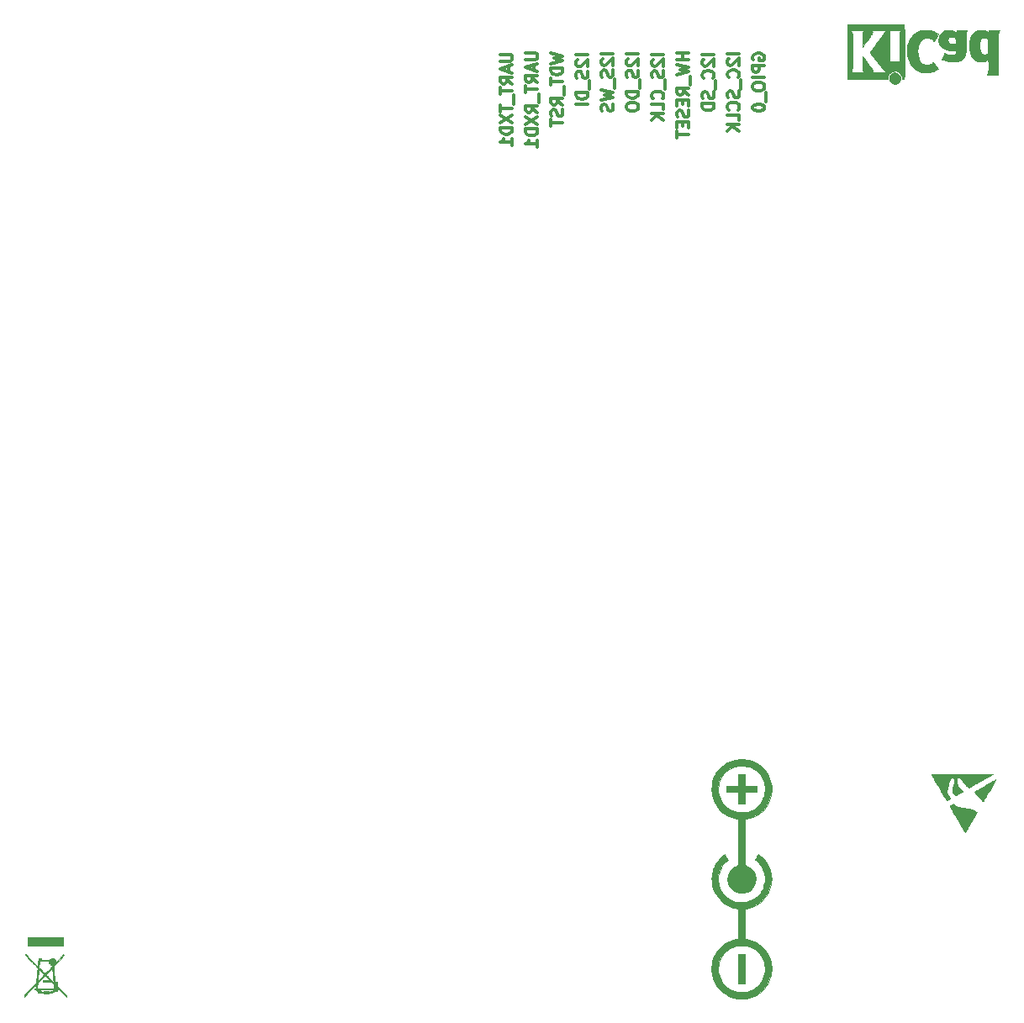
<source format=gbo>
G04 #@! TF.GenerationSoftware,KiCad,Pcbnew,5.0.2-bee76a0~70~ubuntu18.04.1*
G04 #@! TF.CreationDate,2019-05-01T17:12:39+02:00*
G04 #@! TF.ProjectId,lulo,6c756c6f-2e6b-4696-9361-645f70636258,Rev V1.0*
G04 #@! TF.SameCoordinates,Original*
G04 #@! TF.FileFunction,Legend,Bot*
G04 #@! TF.FilePolarity,Positive*
%FSLAX45Y45*%
G04 Gerber Fmt 4.5, Leading zero omitted, Abs format (unit mm)*
G04 Created by KiCad (PCBNEW 5.0.2-bee76a0~70~ubuntu18.04.1) date 2019. máj. 1., szerda, 17:12:39 CEST*
%MOMM*%
%LPD*%
G01*
G04 APERTURE LIST*
%ADD10C,0.300000*%
%ADD11C,0.010000*%
G04 APERTURE END LIST*
D10*
X15961686Y-3606857D02*
X16058828Y-3606857D01*
X16070257Y-3612571D01*
X16075971Y-3618286D01*
X16081686Y-3629714D01*
X16081686Y-3652571D01*
X16075971Y-3664000D01*
X16070257Y-3669714D01*
X16058828Y-3675428D01*
X15961686Y-3675428D01*
X16047400Y-3726857D02*
X16047400Y-3784000D01*
X16081686Y-3715428D02*
X15961686Y-3755428D01*
X16081686Y-3795428D01*
X16081686Y-3904000D02*
X16024543Y-3864000D01*
X16081686Y-3835428D02*
X15961686Y-3835428D01*
X15961686Y-3881143D01*
X15967400Y-3892571D01*
X15973114Y-3898286D01*
X15984543Y-3904000D01*
X16001686Y-3904000D01*
X16013114Y-3898286D01*
X16018828Y-3892571D01*
X16024543Y-3881143D01*
X16024543Y-3835428D01*
X15961686Y-3938286D02*
X15961686Y-4006857D01*
X16081686Y-3972571D02*
X15961686Y-3972571D01*
X16093114Y-4018286D02*
X16093114Y-4109714D01*
X15961686Y-4121143D02*
X15961686Y-4189714D01*
X16081686Y-4155428D02*
X15961686Y-4155428D01*
X15961686Y-4218286D02*
X16081686Y-4298286D01*
X15961686Y-4298286D02*
X16081686Y-4218286D01*
X16081686Y-4344000D02*
X15961686Y-4344000D01*
X15961686Y-4372571D01*
X15967400Y-4389714D01*
X15978828Y-4401143D01*
X15990257Y-4406857D01*
X16013114Y-4412571D01*
X16030257Y-4412571D01*
X16053114Y-4406857D01*
X16064543Y-4401143D01*
X16075971Y-4389714D01*
X16081686Y-4372571D01*
X16081686Y-4344000D01*
X16081686Y-4526857D02*
X16081686Y-4458286D01*
X16081686Y-4492571D02*
X15961686Y-4492571D01*
X15978828Y-4481143D01*
X15990257Y-4469714D01*
X15995971Y-4458286D01*
X16215686Y-3592571D02*
X16312828Y-3592571D01*
X16324257Y-3598286D01*
X16329971Y-3604000D01*
X16335686Y-3615428D01*
X16335686Y-3638286D01*
X16329971Y-3649714D01*
X16324257Y-3655428D01*
X16312828Y-3661143D01*
X16215686Y-3661143D01*
X16301400Y-3712571D02*
X16301400Y-3769714D01*
X16335686Y-3701143D02*
X16215686Y-3741143D01*
X16335686Y-3781143D01*
X16335686Y-3889714D02*
X16278543Y-3849714D01*
X16335686Y-3821143D02*
X16215686Y-3821143D01*
X16215686Y-3866857D01*
X16221400Y-3878286D01*
X16227114Y-3884000D01*
X16238543Y-3889714D01*
X16255686Y-3889714D01*
X16267114Y-3884000D01*
X16272828Y-3878286D01*
X16278543Y-3866857D01*
X16278543Y-3821143D01*
X16215686Y-3924000D02*
X16215686Y-3992571D01*
X16335686Y-3958286D02*
X16215686Y-3958286D01*
X16347114Y-4004000D02*
X16347114Y-4095428D01*
X16335686Y-4192571D02*
X16278543Y-4152571D01*
X16335686Y-4124000D02*
X16215686Y-4124000D01*
X16215686Y-4169714D01*
X16221400Y-4181143D01*
X16227114Y-4186857D01*
X16238543Y-4192571D01*
X16255686Y-4192571D01*
X16267114Y-4186857D01*
X16272828Y-4181143D01*
X16278543Y-4169714D01*
X16278543Y-4124000D01*
X16215686Y-4232571D02*
X16335686Y-4312571D01*
X16215686Y-4312571D02*
X16335686Y-4232571D01*
X16335686Y-4358286D02*
X16215686Y-4358286D01*
X16215686Y-4386857D01*
X16221400Y-4404000D01*
X16232828Y-4415429D01*
X16244257Y-4421143D01*
X16267114Y-4426857D01*
X16284257Y-4426857D01*
X16307114Y-4421143D01*
X16318543Y-4415429D01*
X16329971Y-4404000D01*
X16335686Y-4386857D01*
X16335686Y-4358286D01*
X16335686Y-4541143D02*
X16335686Y-4472571D01*
X16335686Y-4506857D02*
X16215686Y-4506857D01*
X16232828Y-4495429D01*
X16244257Y-4484000D01*
X16249971Y-4472571D01*
X16469686Y-3596686D02*
X16589686Y-3625257D01*
X16503971Y-3648114D01*
X16589686Y-3670971D01*
X16469686Y-3699543D01*
X16589686Y-3745257D02*
X16469686Y-3745257D01*
X16469686Y-3773828D01*
X16475400Y-3790971D01*
X16486828Y-3802400D01*
X16498257Y-3808114D01*
X16521114Y-3813828D01*
X16538257Y-3813828D01*
X16561114Y-3808114D01*
X16572543Y-3802400D01*
X16583971Y-3790971D01*
X16589686Y-3773828D01*
X16589686Y-3745257D01*
X16469686Y-3848114D02*
X16469686Y-3916686D01*
X16589686Y-3882400D02*
X16469686Y-3882400D01*
X16601114Y-3928114D02*
X16601114Y-4019543D01*
X16589686Y-4116686D02*
X16532543Y-4076686D01*
X16589686Y-4048114D02*
X16469686Y-4048114D01*
X16469686Y-4093828D01*
X16475400Y-4105257D01*
X16481114Y-4110971D01*
X16492543Y-4116686D01*
X16509686Y-4116686D01*
X16521114Y-4110971D01*
X16526828Y-4105257D01*
X16532543Y-4093828D01*
X16532543Y-4048114D01*
X16583971Y-4162400D02*
X16589686Y-4179543D01*
X16589686Y-4208114D01*
X16583971Y-4219543D01*
X16578257Y-4225257D01*
X16566828Y-4230971D01*
X16555400Y-4230971D01*
X16543971Y-4225257D01*
X16538257Y-4219543D01*
X16532543Y-4208114D01*
X16526828Y-4185257D01*
X16521114Y-4173828D01*
X16515400Y-4168114D01*
X16503971Y-4162400D01*
X16492543Y-4162400D01*
X16481114Y-4168114D01*
X16475400Y-4173828D01*
X16469686Y-4185257D01*
X16469686Y-4213829D01*
X16475400Y-4230971D01*
X16469686Y-4265257D02*
X16469686Y-4333829D01*
X16589686Y-4299543D02*
X16469686Y-4299543D01*
X16843686Y-3612228D02*
X16723686Y-3612228D01*
X16735114Y-3663657D02*
X16729400Y-3669371D01*
X16723686Y-3680800D01*
X16723686Y-3709371D01*
X16729400Y-3720800D01*
X16735114Y-3726514D01*
X16746543Y-3732228D01*
X16757971Y-3732228D01*
X16775114Y-3726514D01*
X16843686Y-3657943D01*
X16843686Y-3732228D01*
X16837971Y-3777943D02*
X16843686Y-3795086D01*
X16843686Y-3823657D01*
X16837971Y-3835086D01*
X16832257Y-3840800D01*
X16820829Y-3846514D01*
X16809400Y-3846514D01*
X16797971Y-3840800D01*
X16792257Y-3835086D01*
X16786543Y-3823657D01*
X16780829Y-3800800D01*
X16775114Y-3789371D01*
X16769400Y-3783657D01*
X16757971Y-3777943D01*
X16746543Y-3777943D01*
X16735114Y-3783657D01*
X16729400Y-3789371D01*
X16723686Y-3800800D01*
X16723686Y-3829371D01*
X16729400Y-3846514D01*
X16855114Y-3869371D02*
X16855114Y-3960800D01*
X16843686Y-3989371D02*
X16723686Y-3989371D01*
X16723686Y-4017943D01*
X16729400Y-4035086D01*
X16740828Y-4046514D01*
X16752257Y-4052228D01*
X16775114Y-4057943D01*
X16792257Y-4057943D01*
X16815114Y-4052228D01*
X16826543Y-4046514D01*
X16837971Y-4035086D01*
X16843686Y-4017943D01*
X16843686Y-3989371D01*
X16843686Y-4109371D02*
X16723686Y-4109371D01*
X17097686Y-3600486D02*
X16977686Y-3600486D01*
X16989114Y-3651914D02*
X16983400Y-3657628D01*
X16977686Y-3669057D01*
X16977686Y-3697628D01*
X16983400Y-3709057D01*
X16989114Y-3714771D01*
X17000543Y-3720486D01*
X17011971Y-3720486D01*
X17029114Y-3714771D01*
X17097686Y-3646200D01*
X17097686Y-3720486D01*
X17091971Y-3766200D02*
X17097686Y-3783343D01*
X17097686Y-3811914D01*
X17091971Y-3823343D01*
X17086257Y-3829057D01*
X17074829Y-3834771D01*
X17063400Y-3834771D01*
X17051971Y-3829057D01*
X17046257Y-3823343D01*
X17040543Y-3811914D01*
X17034829Y-3789057D01*
X17029114Y-3777628D01*
X17023400Y-3771914D01*
X17011971Y-3766200D01*
X17000543Y-3766200D01*
X16989114Y-3771914D01*
X16983400Y-3777628D01*
X16977686Y-3789057D01*
X16977686Y-3817628D01*
X16983400Y-3834771D01*
X17109114Y-3857628D02*
X17109114Y-3949057D01*
X16977686Y-3966200D02*
X17097686Y-3994771D01*
X17011971Y-4017628D01*
X17097686Y-4040486D01*
X16977686Y-4069057D01*
X17091971Y-4109057D02*
X17097686Y-4126200D01*
X17097686Y-4154771D01*
X17091971Y-4166200D01*
X17086257Y-4171914D01*
X17074829Y-4177628D01*
X17063400Y-4177628D01*
X17051971Y-4171914D01*
X17046257Y-4166200D01*
X17040543Y-4154771D01*
X17034829Y-4131914D01*
X17029114Y-4120486D01*
X17023400Y-4114771D01*
X17011971Y-4109057D01*
X17000543Y-4109057D01*
X16989114Y-4114771D01*
X16983400Y-4120486D01*
X16977686Y-4131914D01*
X16977686Y-4160486D01*
X16983400Y-4177628D01*
X17351686Y-3603343D02*
X17231686Y-3603343D01*
X17243114Y-3654771D02*
X17237400Y-3660486D01*
X17231686Y-3671914D01*
X17231686Y-3700486D01*
X17237400Y-3711914D01*
X17243114Y-3717628D01*
X17254543Y-3723343D01*
X17265971Y-3723343D01*
X17283114Y-3717628D01*
X17351686Y-3649057D01*
X17351686Y-3723343D01*
X17345971Y-3769057D02*
X17351686Y-3786200D01*
X17351686Y-3814771D01*
X17345971Y-3826200D01*
X17340257Y-3831914D01*
X17328829Y-3837628D01*
X17317400Y-3837628D01*
X17305971Y-3831914D01*
X17300257Y-3826200D01*
X17294543Y-3814771D01*
X17288829Y-3791914D01*
X17283114Y-3780486D01*
X17277400Y-3774771D01*
X17265971Y-3769057D01*
X17254543Y-3769057D01*
X17243114Y-3774771D01*
X17237400Y-3780486D01*
X17231686Y-3791914D01*
X17231686Y-3820486D01*
X17237400Y-3837628D01*
X17363114Y-3860486D02*
X17363114Y-3951914D01*
X17351686Y-3980486D02*
X17231686Y-3980486D01*
X17231686Y-4009057D01*
X17237400Y-4026200D01*
X17248829Y-4037628D01*
X17260257Y-4043343D01*
X17283114Y-4049057D01*
X17300257Y-4049057D01*
X17323114Y-4043343D01*
X17334543Y-4037628D01*
X17345971Y-4026200D01*
X17351686Y-4009057D01*
X17351686Y-3980486D01*
X17231686Y-4123343D02*
X17231686Y-4146200D01*
X17237400Y-4157628D01*
X17248829Y-4169057D01*
X17271686Y-4174771D01*
X17311686Y-4174771D01*
X17334543Y-4169057D01*
X17345971Y-4157628D01*
X17351686Y-4146200D01*
X17351686Y-4123343D01*
X17345971Y-4111914D01*
X17334543Y-4100486D01*
X17311686Y-4094771D01*
X17271686Y-4094771D01*
X17248829Y-4100486D01*
X17237400Y-4111914D01*
X17231686Y-4123343D01*
X17605686Y-3608428D02*
X17485686Y-3608428D01*
X17497114Y-3659857D02*
X17491400Y-3665571D01*
X17485686Y-3677000D01*
X17485686Y-3705571D01*
X17491400Y-3717000D01*
X17497114Y-3722714D01*
X17508543Y-3728428D01*
X17519971Y-3728428D01*
X17537114Y-3722714D01*
X17605686Y-3654143D01*
X17605686Y-3728428D01*
X17599971Y-3774143D02*
X17605686Y-3791286D01*
X17605686Y-3819857D01*
X17599971Y-3831286D01*
X17594257Y-3837000D01*
X17582829Y-3842714D01*
X17571400Y-3842714D01*
X17559971Y-3837000D01*
X17554257Y-3831286D01*
X17548543Y-3819857D01*
X17542829Y-3797000D01*
X17537114Y-3785571D01*
X17531400Y-3779857D01*
X17519971Y-3774143D01*
X17508543Y-3774143D01*
X17497114Y-3779857D01*
X17491400Y-3785571D01*
X17485686Y-3797000D01*
X17485686Y-3825571D01*
X17491400Y-3842714D01*
X17617114Y-3865571D02*
X17617114Y-3957000D01*
X17594257Y-4054143D02*
X17599971Y-4048428D01*
X17605686Y-4031286D01*
X17605686Y-4019857D01*
X17599971Y-4002714D01*
X17588543Y-3991286D01*
X17577114Y-3985571D01*
X17554257Y-3979857D01*
X17537114Y-3979857D01*
X17514257Y-3985571D01*
X17502829Y-3991286D01*
X17491400Y-4002714D01*
X17485686Y-4019857D01*
X17485686Y-4031286D01*
X17491400Y-4048428D01*
X17497114Y-4054143D01*
X17605686Y-4162714D02*
X17605686Y-4105571D01*
X17485686Y-4105571D01*
X17605686Y-4202714D02*
X17485686Y-4202714D01*
X17605686Y-4271286D02*
X17537114Y-4219857D01*
X17485686Y-4271286D02*
X17554257Y-4202714D01*
X17859686Y-3593200D02*
X17739686Y-3593200D01*
X17796829Y-3593200D02*
X17796829Y-3661771D01*
X17859686Y-3661771D02*
X17739686Y-3661771D01*
X17739686Y-3707486D02*
X17859686Y-3736057D01*
X17773971Y-3758914D01*
X17859686Y-3781771D01*
X17739686Y-3810343D01*
X17871114Y-3827486D02*
X17871114Y-3918914D01*
X17859686Y-4016057D02*
X17802543Y-3976057D01*
X17859686Y-3947486D02*
X17739686Y-3947486D01*
X17739686Y-3993200D01*
X17745400Y-4004628D01*
X17751114Y-4010343D01*
X17762543Y-4016057D01*
X17779686Y-4016057D01*
X17791114Y-4010343D01*
X17796829Y-4004628D01*
X17802543Y-3993200D01*
X17802543Y-3947486D01*
X17796829Y-4067486D02*
X17796829Y-4107486D01*
X17859686Y-4124628D02*
X17859686Y-4067486D01*
X17739686Y-4067486D01*
X17739686Y-4124628D01*
X17853971Y-4170343D02*
X17859686Y-4187486D01*
X17859686Y-4216057D01*
X17853971Y-4227486D01*
X17848257Y-4233200D01*
X17836829Y-4238914D01*
X17825400Y-4238914D01*
X17813971Y-4233200D01*
X17808257Y-4227486D01*
X17802543Y-4216057D01*
X17796829Y-4193200D01*
X17791114Y-4181771D01*
X17785400Y-4176057D01*
X17773971Y-4170343D01*
X17762543Y-4170343D01*
X17751114Y-4176057D01*
X17745400Y-4181771D01*
X17739686Y-4193200D01*
X17739686Y-4221771D01*
X17745400Y-4238914D01*
X17796829Y-4290343D02*
X17796829Y-4330343D01*
X17859686Y-4347486D02*
X17859686Y-4290343D01*
X17739686Y-4290343D01*
X17739686Y-4347486D01*
X17739686Y-4381771D02*
X17739686Y-4450343D01*
X17859686Y-4416057D02*
X17739686Y-4416057D01*
X18113686Y-3606200D02*
X17993686Y-3606200D01*
X18005114Y-3657628D02*
X17999400Y-3663343D01*
X17993686Y-3674771D01*
X17993686Y-3703343D01*
X17999400Y-3714771D01*
X18005114Y-3720486D01*
X18016543Y-3726200D01*
X18027971Y-3726200D01*
X18045114Y-3720486D01*
X18113686Y-3651914D01*
X18113686Y-3726200D01*
X18102257Y-3846200D02*
X18107971Y-3840486D01*
X18113686Y-3823343D01*
X18113686Y-3811914D01*
X18107971Y-3794771D01*
X18096543Y-3783343D01*
X18085114Y-3777628D01*
X18062257Y-3771914D01*
X18045114Y-3771914D01*
X18022257Y-3777628D01*
X18010829Y-3783343D01*
X17999400Y-3794771D01*
X17993686Y-3811914D01*
X17993686Y-3823343D01*
X17999400Y-3840486D01*
X18005114Y-3846200D01*
X18125114Y-3869057D02*
X18125114Y-3960486D01*
X18107971Y-3983343D02*
X18113686Y-4000486D01*
X18113686Y-4029057D01*
X18107971Y-4040486D01*
X18102257Y-4046200D01*
X18090829Y-4051914D01*
X18079400Y-4051914D01*
X18067971Y-4046200D01*
X18062257Y-4040486D01*
X18056543Y-4029057D01*
X18050829Y-4006200D01*
X18045114Y-3994771D01*
X18039400Y-3989057D01*
X18027971Y-3983343D01*
X18016543Y-3983343D01*
X18005114Y-3989057D01*
X17999400Y-3994771D01*
X17993686Y-4006200D01*
X17993686Y-4034771D01*
X17999400Y-4051914D01*
X18113686Y-4103343D02*
X17993686Y-4103343D01*
X17993686Y-4131914D01*
X17999400Y-4149057D01*
X18010829Y-4160486D01*
X18022257Y-4166200D01*
X18045114Y-4171914D01*
X18062257Y-4171914D01*
X18085114Y-4166200D01*
X18096543Y-4160486D01*
X18107971Y-4149057D01*
X18113686Y-4131914D01*
X18113686Y-4103343D01*
X18367686Y-3599228D02*
X18247686Y-3599228D01*
X18259114Y-3650657D02*
X18253400Y-3656371D01*
X18247686Y-3667800D01*
X18247686Y-3696371D01*
X18253400Y-3707800D01*
X18259114Y-3713514D01*
X18270543Y-3719228D01*
X18281971Y-3719228D01*
X18299114Y-3713514D01*
X18367686Y-3644943D01*
X18367686Y-3719228D01*
X18356257Y-3839228D02*
X18361971Y-3833514D01*
X18367686Y-3816371D01*
X18367686Y-3804943D01*
X18361971Y-3787800D01*
X18350543Y-3776371D01*
X18339114Y-3770657D01*
X18316257Y-3764943D01*
X18299114Y-3764943D01*
X18276257Y-3770657D01*
X18264829Y-3776371D01*
X18253400Y-3787800D01*
X18247686Y-3804943D01*
X18247686Y-3816371D01*
X18253400Y-3833514D01*
X18259114Y-3839228D01*
X18379114Y-3862086D02*
X18379114Y-3953514D01*
X18361971Y-3976371D02*
X18367686Y-3993514D01*
X18367686Y-4022086D01*
X18361971Y-4033514D01*
X18356257Y-4039228D01*
X18344829Y-4044943D01*
X18333400Y-4044943D01*
X18321971Y-4039228D01*
X18316257Y-4033514D01*
X18310543Y-4022086D01*
X18304829Y-3999228D01*
X18299114Y-3987800D01*
X18293400Y-3982086D01*
X18281971Y-3976371D01*
X18270543Y-3976371D01*
X18259114Y-3982086D01*
X18253400Y-3987800D01*
X18247686Y-3999228D01*
X18247686Y-4027800D01*
X18253400Y-4044943D01*
X18356257Y-4164943D02*
X18361971Y-4159228D01*
X18367686Y-4142086D01*
X18367686Y-4130657D01*
X18361971Y-4113514D01*
X18350543Y-4102086D01*
X18339114Y-4096371D01*
X18316257Y-4090657D01*
X18299114Y-4090657D01*
X18276257Y-4096371D01*
X18264829Y-4102086D01*
X18253400Y-4113514D01*
X18247686Y-4130657D01*
X18247686Y-4142086D01*
X18253400Y-4159228D01*
X18259114Y-4164943D01*
X18367686Y-4273514D02*
X18367686Y-4216371D01*
X18247686Y-4216371D01*
X18367686Y-4313514D02*
X18247686Y-4313514D01*
X18367686Y-4382086D02*
X18299114Y-4330657D01*
X18247686Y-4382086D02*
X18316257Y-4313514D01*
X18507400Y-3663343D02*
X18501686Y-3651914D01*
X18501686Y-3634771D01*
X18507400Y-3617628D01*
X18518829Y-3606200D01*
X18530257Y-3600486D01*
X18553114Y-3594771D01*
X18570257Y-3594771D01*
X18593114Y-3600486D01*
X18604543Y-3606200D01*
X18615971Y-3617628D01*
X18621686Y-3634771D01*
X18621686Y-3646200D01*
X18615971Y-3663343D01*
X18610257Y-3669057D01*
X18570257Y-3669057D01*
X18570257Y-3646200D01*
X18621686Y-3720486D02*
X18501686Y-3720486D01*
X18501686Y-3766200D01*
X18507400Y-3777628D01*
X18513114Y-3783343D01*
X18524543Y-3789057D01*
X18541686Y-3789057D01*
X18553114Y-3783343D01*
X18558829Y-3777628D01*
X18564543Y-3766200D01*
X18564543Y-3720486D01*
X18621686Y-3840486D02*
X18501686Y-3840486D01*
X18501686Y-3920486D02*
X18501686Y-3943343D01*
X18507400Y-3954771D01*
X18518829Y-3966200D01*
X18541686Y-3971914D01*
X18581686Y-3971914D01*
X18604543Y-3966200D01*
X18615971Y-3954771D01*
X18621686Y-3943343D01*
X18621686Y-3920486D01*
X18615971Y-3909057D01*
X18604543Y-3897628D01*
X18581686Y-3891914D01*
X18541686Y-3891914D01*
X18518829Y-3897628D01*
X18507400Y-3909057D01*
X18501686Y-3920486D01*
X18633114Y-3994771D02*
X18633114Y-4086200D01*
X18501686Y-4137628D02*
X18501686Y-4149057D01*
X18507400Y-4160486D01*
X18513114Y-4166200D01*
X18524543Y-4171914D01*
X18547400Y-4177628D01*
X18575971Y-4177628D01*
X18598829Y-4171914D01*
X18610257Y-4166200D01*
X18615971Y-4160486D01*
X18621686Y-4149057D01*
X18621686Y-4137628D01*
X18615971Y-4126200D01*
X18610257Y-4120486D01*
X18598829Y-4114771D01*
X18575971Y-4109057D01*
X18547400Y-4109057D01*
X18524543Y-4114771D01*
X18513114Y-4120486D01*
X18507400Y-4126200D01*
X18501686Y-4137628D01*
D11*
G04 #@! TO.C,REF\002A\002A*
G36*
X20641204Y-11442016D02*
X20643507Y-11438275D01*
X20647053Y-11432349D01*
X20651700Y-11424488D01*
X20657300Y-11414946D01*
X20663708Y-11403975D01*
X20670780Y-11391827D01*
X20678369Y-11378753D01*
X20686330Y-11365007D01*
X20694518Y-11350840D01*
X20702787Y-11336505D01*
X20710992Y-11322253D01*
X20718988Y-11308338D01*
X20726628Y-11295010D01*
X20733768Y-11282522D01*
X20740262Y-11271127D01*
X20745965Y-11261077D01*
X20750732Y-11252623D01*
X20754416Y-11246018D01*
X20756872Y-11241514D01*
X20757955Y-11239363D01*
X20757995Y-11239229D01*
X20756650Y-11237403D01*
X20752911Y-11234612D01*
X20747224Y-11231127D01*
X20740031Y-11227225D01*
X20732502Y-11223516D01*
X20722256Y-11219018D01*
X20711482Y-11214977D01*
X20699807Y-11211303D01*
X20686862Y-11207906D01*
X20672274Y-11204696D01*
X20655673Y-11201583D01*
X20636687Y-11198477D01*
X20617047Y-11195585D01*
X20599983Y-11193020D01*
X20585655Y-11190480D01*
X20573701Y-11187840D01*
X20563763Y-11184973D01*
X20555482Y-11181753D01*
X20548498Y-11178054D01*
X20542452Y-11173749D01*
X20536985Y-11168713D01*
X20535221Y-11166842D01*
X20531400Y-11162486D01*
X20528573Y-11158932D01*
X20527262Y-11156842D01*
X20527227Y-11156670D01*
X20526768Y-11155619D01*
X20525176Y-11155608D01*
X20522127Y-11156775D01*
X20517297Y-11159260D01*
X20510363Y-11163205D01*
X20505544Y-11166041D01*
X20498358Y-11170475D01*
X20492774Y-11174272D01*
X20489167Y-11177158D01*
X20487911Y-11178861D01*
X20487912Y-11178874D01*
X20488691Y-11180496D01*
X20490889Y-11184560D01*
X20494380Y-11190843D01*
X20499036Y-11199125D01*
X20504730Y-11209183D01*
X20511332Y-11220796D01*
X20518717Y-11233743D01*
X20526756Y-11247802D01*
X20535322Y-11262752D01*
X20544288Y-11278371D01*
X20553524Y-11294438D01*
X20562905Y-11310731D01*
X20572302Y-11327029D01*
X20581587Y-11343110D01*
X20590634Y-11358753D01*
X20599314Y-11373737D01*
X20607500Y-11387839D01*
X20615064Y-11400839D01*
X20621879Y-11412515D01*
X20627816Y-11422645D01*
X20632749Y-11431009D01*
X20636550Y-11437384D01*
X20639091Y-11441549D01*
X20640244Y-11443282D01*
X20640292Y-11443319D01*
X20641204Y-11442016D01*
X20641204Y-11442016D01*
G37*
X20641204Y-11442016D02*
X20643507Y-11438275D01*
X20647053Y-11432349D01*
X20651700Y-11424488D01*
X20657300Y-11414946D01*
X20663708Y-11403975D01*
X20670780Y-11391827D01*
X20678369Y-11378753D01*
X20686330Y-11365007D01*
X20694518Y-11350840D01*
X20702787Y-11336505D01*
X20710992Y-11322253D01*
X20718988Y-11308338D01*
X20726628Y-11295010D01*
X20733768Y-11282522D01*
X20740262Y-11271127D01*
X20745965Y-11261077D01*
X20750732Y-11252623D01*
X20754416Y-11246018D01*
X20756872Y-11241514D01*
X20757955Y-11239363D01*
X20757995Y-11239229D01*
X20756650Y-11237403D01*
X20752911Y-11234612D01*
X20747224Y-11231127D01*
X20740031Y-11227225D01*
X20732502Y-11223516D01*
X20722256Y-11219018D01*
X20711482Y-11214977D01*
X20699807Y-11211303D01*
X20686862Y-11207906D01*
X20672274Y-11204696D01*
X20655673Y-11201583D01*
X20636687Y-11198477D01*
X20617047Y-11195585D01*
X20599983Y-11193020D01*
X20585655Y-11190480D01*
X20573701Y-11187840D01*
X20563763Y-11184973D01*
X20555482Y-11181753D01*
X20548498Y-11178054D01*
X20542452Y-11173749D01*
X20536985Y-11168713D01*
X20535221Y-11166842D01*
X20531400Y-11162486D01*
X20528573Y-11158932D01*
X20527262Y-11156842D01*
X20527227Y-11156670D01*
X20526768Y-11155619D01*
X20525176Y-11155608D01*
X20522127Y-11156775D01*
X20517297Y-11159260D01*
X20510363Y-11163205D01*
X20505544Y-11166041D01*
X20498358Y-11170475D01*
X20492774Y-11174272D01*
X20489167Y-11177158D01*
X20487911Y-11178861D01*
X20487912Y-11178874D01*
X20488691Y-11180496D01*
X20490889Y-11184560D01*
X20494380Y-11190843D01*
X20499036Y-11199125D01*
X20504730Y-11209183D01*
X20511332Y-11220796D01*
X20518717Y-11233743D01*
X20526756Y-11247802D01*
X20535322Y-11262752D01*
X20544288Y-11278371D01*
X20553524Y-11294438D01*
X20562905Y-11310731D01*
X20572302Y-11327029D01*
X20581587Y-11343110D01*
X20590634Y-11358753D01*
X20599314Y-11373737D01*
X20607500Y-11387839D01*
X20615064Y-11400839D01*
X20621879Y-11412515D01*
X20627816Y-11422645D01*
X20632749Y-11431009D01*
X20636550Y-11437384D01*
X20639091Y-11441549D01*
X20640244Y-11443282D01*
X20640292Y-11443319D01*
X20641204Y-11442016D01*
G36*
X20823553Y-11127138D02*
X20824691Y-11125231D01*
X20827249Y-11120858D01*
X20831100Y-11114238D01*
X20836119Y-11105590D01*
X20842178Y-11095132D01*
X20849150Y-11083082D01*
X20856911Y-11069659D01*
X20865332Y-11055081D01*
X20874288Y-11039568D01*
X20883500Y-11023600D01*
X20892908Y-11007288D01*
X20901940Y-10991629D01*
X20910467Y-10976849D01*
X20918356Y-10963176D01*
X20925477Y-10950836D01*
X20931699Y-10940056D01*
X20936891Y-10931062D01*
X20940923Y-10924083D01*
X20943662Y-10919344D01*
X20944951Y-10917121D01*
X20947051Y-10913367D01*
X20948193Y-10911017D01*
X20948255Y-10910608D01*
X20946864Y-10911376D01*
X20942994Y-10913580D01*
X20936849Y-10917103D01*
X20928630Y-10921829D01*
X20918540Y-10927641D01*
X20906781Y-10934423D01*
X20893555Y-10942058D01*
X20879064Y-10950429D01*
X20863512Y-10959419D01*
X20847099Y-10968913D01*
X20840855Y-10972527D01*
X20824149Y-10982192D01*
X20808207Y-10991406D01*
X20793236Y-11000053D01*
X20779438Y-11008013D01*
X20767019Y-11015170D01*
X20756183Y-11021405D01*
X20747135Y-11026600D01*
X20740080Y-11030639D01*
X20735222Y-11033402D01*
X20732765Y-11034773D01*
X20732509Y-11034903D01*
X20733257Y-11036078D01*
X20735861Y-11039221D01*
X20740056Y-11044041D01*
X20745575Y-11050249D01*
X20752152Y-11057556D01*
X20759521Y-11065672D01*
X20767417Y-11074308D01*
X20775574Y-11083175D01*
X20783725Y-11091982D01*
X20791606Y-11100440D01*
X20798949Y-11108260D01*
X20805489Y-11115153D01*
X20810961Y-11120828D01*
X20815098Y-11124997D01*
X20816516Y-11126364D01*
X20821218Y-11130780D01*
X20823553Y-11127138D01*
X20823553Y-11127138D01*
G37*
X20823553Y-11127138D02*
X20824691Y-11125231D01*
X20827249Y-11120858D01*
X20831100Y-11114238D01*
X20836119Y-11105590D01*
X20842178Y-11095132D01*
X20849150Y-11083082D01*
X20856911Y-11069659D01*
X20865332Y-11055081D01*
X20874288Y-11039568D01*
X20883500Y-11023600D01*
X20892908Y-11007288D01*
X20901940Y-10991629D01*
X20910467Y-10976849D01*
X20918356Y-10963176D01*
X20925477Y-10950836D01*
X20931699Y-10940056D01*
X20936891Y-10931062D01*
X20940923Y-10924083D01*
X20943662Y-10919344D01*
X20944951Y-10917121D01*
X20947051Y-10913367D01*
X20948193Y-10911017D01*
X20948255Y-10910608D01*
X20946864Y-10911376D01*
X20942994Y-10913580D01*
X20936849Y-10917103D01*
X20928630Y-10921829D01*
X20918540Y-10927641D01*
X20906781Y-10934423D01*
X20893555Y-10942058D01*
X20879064Y-10950429D01*
X20863512Y-10959419D01*
X20847099Y-10968913D01*
X20840855Y-10972527D01*
X20824149Y-10982192D01*
X20808207Y-10991406D01*
X20793236Y-11000053D01*
X20779438Y-11008013D01*
X20767019Y-11015170D01*
X20756183Y-11021405D01*
X20747135Y-11026600D01*
X20740080Y-11030639D01*
X20735222Y-11033402D01*
X20732765Y-11034773D01*
X20732509Y-11034903D01*
X20733257Y-11036078D01*
X20735861Y-11039221D01*
X20740056Y-11044041D01*
X20745575Y-11050249D01*
X20752152Y-11057556D01*
X20759521Y-11065672D01*
X20767417Y-11074308D01*
X20775574Y-11083175D01*
X20783725Y-11091982D01*
X20791606Y-11100440D01*
X20798949Y-11108260D01*
X20805489Y-11115153D01*
X20810961Y-11120828D01*
X20815098Y-11124997D01*
X20816516Y-11126364D01*
X20821218Y-11130780D01*
X20823553Y-11127138D01*
G36*
X20457009Y-11121484D02*
X20460262Y-11120226D01*
X20465219Y-11117729D01*
X20472337Y-11113812D01*
X20472892Y-11113501D01*
X20479447Y-11109752D01*
X20484980Y-11106468D01*
X20488946Y-11103980D01*
X20490801Y-11102618D01*
X20490853Y-11102551D01*
X20490405Y-11100661D01*
X20488349Y-11096440D01*
X20484818Y-11090117D01*
X20479948Y-11081923D01*
X20473872Y-11072088D01*
X20466724Y-11060842D01*
X20464945Y-11058084D01*
X20460309Y-11050430D01*
X20456934Y-11043844D01*
X20455115Y-11038922D01*
X20454929Y-11037949D01*
X20455012Y-11033669D01*
X20455939Y-11026879D01*
X20457597Y-11018016D01*
X20459868Y-11007514D01*
X20462637Y-10995810D01*
X20465789Y-10983338D01*
X20469208Y-10970536D01*
X20472777Y-10957837D01*
X20476382Y-10945677D01*
X20479907Y-10934493D01*
X20483236Y-10924719D01*
X20486253Y-10916791D01*
X20488356Y-10912088D01*
X20490834Y-10907078D01*
X20493173Y-10902283D01*
X20493300Y-10902021D01*
X20497170Y-10897178D01*
X20502818Y-10893917D01*
X20509394Y-10892355D01*
X20516045Y-10892606D01*
X20521921Y-10894789D01*
X20525226Y-10897662D01*
X20529986Y-10905542D01*
X20533474Y-10915362D01*
X20535388Y-10926122D01*
X20535659Y-10932222D01*
X20534567Y-10943607D01*
X20531362Y-10953034D01*
X20525873Y-10960962D01*
X20524161Y-10962727D01*
X20519066Y-10967677D01*
X20518716Y-11002664D01*
X20518366Y-11037651D01*
X20527282Y-11051147D01*
X20531465Y-11057256D01*
X20535495Y-11062751D01*
X20538794Y-11066866D01*
X20540213Y-11068381D01*
X20544228Y-11072119D01*
X20549667Y-11069190D01*
X20553104Y-11067092D01*
X20554985Y-11065462D01*
X20555105Y-11065169D01*
X20556390Y-11063927D01*
X20558590Y-11063002D01*
X20560715Y-11062169D01*
X20563969Y-11060585D01*
X20568632Y-11058097D01*
X20574983Y-11054549D01*
X20583301Y-11049788D01*
X20593865Y-11043658D01*
X20599606Y-11040307D01*
X20606359Y-11036293D01*
X20610789Y-11033434D01*
X20613286Y-11031396D01*
X20614242Y-11029845D01*
X20614051Y-11028445D01*
X20613891Y-11028120D01*
X20612338Y-11026073D01*
X20609014Y-11022234D01*
X20604306Y-11017030D01*
X20598603Y-11010893D01*
X20593670Y-11005691D01*
X20582303Y-10993343D01*
X20573411Y-10982641D01*
X20566913Y-10973476D01*
X20562732Y-10965741D01*
X20561322Y-10961813D01*
X20560739Y-10958375D01*
X20560138Y-10952510D01*
X20559570Y-10944888D01*
X20559088Y-10936180D01*
X20558862Y-10930673D01*
X20558546Y-10921154D01*
X20558407Y-10914194D01*
X20558486Y-10909259D01*
X20558824Y-10905815D01*
X20559461Y-10903326D01*
X20560439Y-10901258D01*
X20561207Y-10899995D01*
X20565642Y-10895127D01*
X20571357Y-10891736D01*
X20577371Y-10890256D01*
X20581877Y-10890791D01*
X20585958Y-10893107D01*
X20591072Y-10897254D01*
X20596504Y-10902509D01*
X20601536Y-10908148D01*
X20605449Y-10913450D01*
X20606891Y-10916011D01*
X20609049Y-10919519D01*
X20612975Y-10924861D01*
X20618310Y-10931621D01*
X20624695Y-10939381D01*
X20631772Y-10947723D01*
X20639180Y-10956230D01*
X20646563Y-10964485D01*
X20653561Y-10972068D01*
X20659816Y-10978564D01*
X20664726Y-10983333D01*
X20670178Y-10988097D01*
X20674764Y-10991609D01*
X20677981Y-10993505D01*
X20679049Y-10993714D01*
X20680685Y-10992873D01*
X20684767Y-10990615D01*
X20691059Y-10987078D01*
X20699324Y-10982395D01*
X20709329Y-10976702D01*
X20720837Y-10970135D01*
X20733612Y-10962830D01*
X20747419Y-10954921D01*
X20762023Y-10946545D01*
X20777188Y-10937837D01*
X20792679Y-10928932D01*
X20808260Y-10919967D01*
X20823694Y-10911076D01*
X20838748Y-10902395D01*
X20853185Y-10894059D01*
X20866770Y-10886205D01*
X20879268Y-10878967D01*
X20890442Y-10872481D01*
X20900057Y-10866883D01*
X20907878Y-10862308D01*
X20913669Y-10858892D01*
X20917195Y-10856770D01*
X20918217Y-10856104D01*
X20916840Y-10855972D01*
X20912510Y-10855844D01*
X20905371Y-10855720D01*
X20895567Y-10855602D01*
X20883242Y-10855489D01*
X20868540Y-10855381D01*
X20851606Y-10855281D01*
X20832583Y-10855188D01*
X20811615Y-10855103D01*
X20788847Y-10855027D01*
X20764424Y-10854960D01*
X20738488Y-10854902D01*
X20711184Y-10854856D01*
X20682657Y-10854820D01*
X20653050Y-10854796D01*
X20622508Y-10854784D01*
X20609692Y-10854783D01*
X20299697Y-10854783D01*
X20321805Y-10893115D01*
X20326486Y-10901232D01*
X20332510Y-10911683D01*
X20339678Y-10924120D01*
X20347787Y-10938192D01*
X20356636Y-10953550D01*
X20366024Y-10969844D01*
X20375749Y-10986725D01*
X20385610Y-11003843D01*
X20395405Y-11020848D01*
X20397883Y-11025149D01*
X20406915Y-11040814D01*
X20415529Y-11055720D01*
X20423594Y-11069643D01*
X20430982Y-11082363D01*
X20437562Y-11093657D01*
X20443205Y-11103303D01*
X20447782Y-11111080D01*
X20451164Y-11116765D01*
X20453220Y-11120138D01*
X20453795Y-11120996D01*
X20455006Y-11121681D01*
X20457009Y-11121484D01*
X20457009Y-11121484D01*
G37*
X20457009Y-11121484D02*
X20460262Y-11120226D01*
X20465219Y-11117729D01*
X20472337Y-11113812D01*
X20472892Y-11113501D01*
X20479447Y-11109752D01*
X20484980Y-11106468D01*
X20488946Y-11103980D01*
X20490801Y-11102618D01*
X20490853Y-11102551D01*
X20490405Y-11100661D01*
X20488349Y-11096440D01*
X20484818Y-11090117D01*
X20479948Y-11081923D01*
X20473872Y-11072088D01*
X20466724Y-11060842D01*
X20464945Y-11058084D01*
X20460309Y-11050430D01*
X20456934Y-11043844D01*
X20455115Y-11038922D01*
X20454929Y-11037949D01*
X20455012Y-11033669D01*
X20455939Y-11026879D01*
X20457597Y-11018016D01*
X20459868Y-11007514D01*
X20462637Y-10995810D01*
X20465789Y-10983338D01*
X20469208Y-10970536D01*
X20472777Y-10957837D01*
X20476382Y-10945677D01*
X20479907Y-10934493D01*
X20483236Y-10924719D01*
X20486253Y-10916791D01*
X20488356Y-10912088D01*
X20490834Y-10907078D01*
X20493173Y-10902283D01*
X20493300Y-10902021D01*
X20497170Y-10897178D01*
X20502818Y-10893917D01*
X20509394Y-10892355D01*
X20516045Y-10892606D01*
X20521921Y-10894789D01*
X20525226Y-10897662D01*
X20529986Y-10905542D01*
X20533474Y-10915362D01*
X20535388Y-10926122D01*
X20535659Y-10932222D01*
X20534567Y-10943607D01*
X20531362Y-10953034D01*
X20525873Y-10960962D01*
X20524161Y-10962727D01*
X20519066Y-10967677D01*
X20518716Y-11002664D01*
X20518366Y-11037651D01*
X20527282Y-11051147D01*
X20531465Y-11057256D01*
X20535495Y-11062751D01*
X20538794Y-11066866D01*
X20540213Y-11068381D01*
X20544228Y-11072119D01*
X20549667Y-11069190D01*
X20553104Y-11067092D01*
X20554985Y-11065462D01*
X20555105Y-11065169D01*
X20556390Y-11063927D01*
X20558590Y-11063002D01*
X20560715Y-11062169D01*
X20563969Y-11060585D01*
X20568632Y-11058097D01*
X20574983Y-11054549D01*
X20583301Y-11049788D01*
X20593865Y-11043658D01*
X20599606Y-11040307D01*
X20606359Y-11036293D01*
X20610789Y-11033434D01*
X20613286Y-11031396D01*
X20614242Y-11029845D01*
X20614051Y-11028445D01*
X20613891Y-11028120D01*
X20612338Y-11026073D01*
X20609014Y-11022234D01*
X20604306Y-11017030D01*
X20598603Y-11010893D01*
X20593670Y-11005691D01*
X20582303Y-10993343D01*
X20573411Y-10982641D01*
X20566913Y-10973476D01*
X20562732Y-10965741D01*
X20561322Y-10961813D01*
X20560739Y-10958375D01*
X20560138Y-10952510D01*
X20559570Y-10944888D01*
X20559088Y-10936180D01*
X20558862Y-10930673D01*
X20558546Y-10921154D01*
X20558407Y-10914194D01*
X20558486Y-10909259D01*
X20558824Y-10905815D01*
X20559461Y-10903326D01*
X20560439Y-10901258D01*
X20561207Y-10899995D01*
X20565642Y-10895127D01*
X20571357Y-10891736D01*
X20577371Y-10890256D01*
X20581877Y-10890791D01*
X20585958Y-10893107D01*
X20591072Y-10897254D01*
X20596504Y-10902509D01*
X20601536Y-10908148D01*
X20605449Y-10913450D01*
X20606891Y-10916011D01*
X20609049Y-10919519D01*
X20612975Y-10924861D01*
X20618310Y-10931621D01*
X20624695Y-10939381D01*
X20631772Y-10947723D01*
X20639180Y-10956230D01*
X20646563Y-10964485D01*
X20653561Y-10972068D01*
X20659816Y-10978564D01*
X20664726Y-10983333D01*
X20670178Y-10988097D01*
X20674764Y-10991609D01*
X20677981Y-10993505D01*
X20679049Y-10993714D01*
X20680685Y-10992873D01*
X20684767Y-10990615D01*
X20691059Y-10987078D01*
X20699324Y-10982395D01*
X20709329Y-10976702D01*
X20720837Y-10970135D01*
X20733612Y-10962830D01*
X20747419Y-10954921D01*
X20762023Y-10946545D01*
X20777188Y-10937837D01*
X20792679Y-10928932D01*
X20808260Y-10919967D01*
X20823694Y-10911076D01*
X20838748Y-10902395D01*
X20853185Y-10894059D01*
X20866770Y-10886205D01*
X20879268Y-10878967D01*
X20890442Y-10872481D01*
X20900057Y-10866883D01*
X20907878Y-10862308D01*
X20913669Y-10858892D01*
X20917195Y-10856770D01*
X20918217Y-10856104D01*
X20916840Y-10855972D01*
X20912510Y-10855844D01*
X20905371Y-10855720D01*
X20895567Y-10855602D01*
X20883242Y-10855489D01*
X20868540Y-10855381D01*
X20851606Y-10855281D01*
X20832583Y-10855188D01*
X20811615Y-10855103D01*
X20788847Y-10855027D01*
X20764424Y-10854960D01*
X20738488Y-10854902D01*
X20711184Y-10854856D01*
X20682657Y-10854820D01*
X20653050Y-10854796D01*
X20622508Y-10854784D01*
X20609692Y-10854783D01*
X20299697Y-10854783D01*
X20321805Y-10893115D01*
X20326486Y-10901232D01*
X20332510Y-10911683D01*
X20339678Y-10924120D01*
X20347787Y-10938192D01*
X20356636Y-10953550D01*
X20366024Y-10969844D01*
X20375749Y-10986725D01*
X20385610Y-11003843D01*
X20395405Y-11020848D01*
X20397883Y-11025149D01*
X20406915Y-11040814D01*
X20415529Y-11055720D01*
X20423594Y-11069643D01*
X20430982Y-11082363D01*
X20437562Y-11093657D01*
X20443205Y-11103303D01*
X20447782Y-11111080D01*
X20451164Y-11116765D01*
X20453220Y-11120138D01*
X20453795Y-11120996D01*
X20455006Y-11121681D01*
X20457009Y-11121484D01*
G36*
X18419778Y-10977075D02*
X18419778Y-10856362D01*
X18359422Y-10856362D01*
X18359422Y-10977075D01*
X18238709Y-10977075D01*
X18238709Y-11037432D01*
X18359422Y-11037432D01*
X18359422Y-11158145D01*
X18419754Y-11158145D01*
X18420080Y-11098102D01*
X18420407Y-11038060D01*
X18480449Y-11037734D01*
X18540491Y-11037407D01*
X18540491Y-10977075D01*
X18419778Y-10977075D01*
X18419778Y-10977075D01*
G37*
X18419778Y-10977075D02*
X18419778Y-10856362D01*
X18359422Y-10856362D01*
X18359422Y-10977075D01*
X18238709Y-10977075D01*
X18238709Y-11037432D01*
X18359422Y-11037432D01*
X18359422Y-11158145D01*
X18419754Y-11158145D01*
X18420080Y-11098102D01*
X18420407Y-11038060D01*
X18480449Y-11037734D01*
X18540491Y-11037407D01*
X18540491Y-10977075D01*
X18419778Y-10977075D01*
G36*
X18359422Y-12665798D02*
X18359422Y-12967580D01*
X18419778Y-12967580D01*
X18419778Y-12665798D01*
X18359422Y-12665798D01*
X18359422Y-12665798D01*
G37*
X18359422Y-12665798D02*
X18359422Y-12967580D01*
X18419778Y-12967580D01*
X18419778Y-12665798D01*
X18359422Y-12665798D01*
G36*
X18691065Y-10995114D02*
X18690644Y-10984198D01*
X18690246Y-10978872D01*
X18686592Y-10952054D01*
X18680661Y-10925734D01*
X18672545Y-10900138D01*
X18662335Y-10875490D01*
X18650122Y-10852015D01*
X18635999Y-10829937D01*
X18622489Y-10812352D01*
X18604235Y-10792440D01*
X18584339Y-10774396D01*
X18562925Y-10758298D01*
X18540116Y-10744225D01*
X18516038Y-10732253D01*
X18490813Y-10722462D01*
X18469445Y-10716136D01*
X18443969Y-10710760D01*
X18417788Y-10707440D01*
X18391347Y-10706184D01*
X18365094Y-10707003D01*
X18339474Y-10709905D01*
X18322469Y-10713111D01*
X18295594Y-10720291D01*
X18269883Y-10729632D01*
X18245429Y-10741073D01*
X18222327Y-10754550D01*
X18200669Y-10770000D01*
X18180550Y-10787360D01*
X18162063Y-10806567D01*
X18145302Y-10827558D01*
X18139120Y-10836413D01*
X18125033Y-10859594D01*
X18113221Y-10883793D01*
X18103665Y-10909063D01*
X18096343Y-10935457D01*
X18091517Y-10961089D01*
X18090726Y-10967533D01*
X18090000Y-10975492D01*
X18089363Y-10984432D01*
X18088839Y-10993819D01*
X18088452Y-11003120D01*
X18088226Y-11011799D01*
X18088185Y-11019325D01*
X18088353Y-11025161D01*
X18088533Y-11027372D01*
X18088877Y-11030493D01*
X18089398Y-11035345D01*
X18090015Y-11041155D01*
X18090416Y-11044976D01*
X18094221Y-11069824D01*
X18100360Y-11094705D01*
X18108685Y-11119263D01*
X18119045Y-11143137D01*
X18131290Y-11165970D01*
X18145273Y-11187401D01*
X18155106Y-11200268D01*
X18162165Y-11208474D01*
X18170542Y-11217460D01*
X18179559Y-11226549D01*
X18188541Y-11235059D01*
X18196808Y-11242311D01*
X18197843Y-11243165D01*
X18217682Y-11257845D01*
X18239275Y-11270936D01*
X18262327Y-11282313D01*
X18286545Y-11291849D01*
X18311638Y-11299419D01*
X18337312Y-11304896D01*
X18344018Y-11305958D01*
X18359422Y-11308222D01*
X18359422Y-11541292D01*
X18359419Y-11570744D01*
X18359409Y-11597773D01*
X18359393Y-11622468D01*
X18359368Y-11644921D01*
X18359336Y-11665224D01*
X18359294Y-11683466D01*
X18359243Y-11699739D01*
X18359181Y-11714134D01*
X18359109Y-11726742D01*
X18359026Y-11737654D01*
X18358930Y-11746961D01*
X18358822Y-11754753D01*
X18358701Y-11761121D01*
X18358566Y-11766158D01*
X18358416Y-11769953D01*
X18358251Y-11772597D01*
X18358071Y-11774182D01*
X18357874Y-11774799D01*
X18357850Y-11774812D01*
X18341958Y-11779883D01*
X18328112Y-11785489D01*
X18315861Y-11791881D01*
X18304752Y-11799304D01*
X18294334Y-11808008D01*
X18290218Y-11811945D01*
X18278273Y-11825473D01*
X18268379Y-11840216D01*
X18260534Y-11855947D01*
X18254740Y-11872434D01*
X18250996Y-11889449D01*
X18249303Y-11906763D01*
X18249662Y-11924145D01*
X18252073Y-11941366D01*
X18256535Y-11958198D01*
X18263050Y-11974409D01*
X18271617Y-11989772D01*
X18282238Y-12004055D01*
X18289930Y-12012345D01*
X18303774Y-12024546D01*
X18318371Y-12034427D01*
X18333939Y-12042127D01*
X18342336Y-12045261D01*
X18360493Y-12050120D01*
X18378784Y-12052643D01*
X18389166Y-12052784D01*
X18389166Y-11242392D01*
X18364841Y-11241324D01*
X18341610Y-11238080D01*
X18319208Y-11232602D01*
X18297370Y-11224831D01*
X18284605Y-11219127D01*
X18263847Y-11207788D01*
X18244622Y-11194526D01*
X18227019Y-11179472D01*
X18211123Y-11162761D01*
X18197021Y-11144524D01*
X18184800Y-11124895D01*
X18174547Y-11104006D01*
X18166348Y-11081991D01*
X18160291Y-11058982D01*
X18156461Y-11035112D01*
X18155304Y-11021085D01*
X18155047Y-11016551D01*
X18154808Y-11012590D01*
X18154705Y-11011026D01*
X18154712Y-11008636D01*
X18154885Y-11004310D01*
X18155198Y-10998618D01*
X18155621Y-10992131D01*
X18155723Y-10990691D01*
X18158690Y-10966006D01*
X18163905Y-10942319D01*
X18171279Y-10919732D01*
X18180723Y-10898349D01*
X18192147Y-10878272D01*
X18205463Y-10859604D01*
X18220582Y-10842447D01*
X18237415Y-10826903D01*
X18255873Y-10813076D01*
X18275866Y-10801067D01*
X18297306Y-10790980D01*
X18320104Y-10782917D01*
X18340560Y-10777715D01*
X18349998Y-10776122D01*
X18361230Y-10774866D01*
X18373558Y-10773975D01*
X18386281Y-10773476D01*
X18398697Y-10773397D01*
X18410107Y-10773767D01*
X18419443Y-10774566D01*
X18444057Y-10778782D01*
X18467534Y-10785215D01*
X18489809Y-10793825D01*
X18510815Y-10804573D01*
X18530487Y-10817419D01*
X18548761Y-10832323D01*
X18565571Y-10849245D01*
X18580852Y-10868146D01*
X18586675Y-10876481D01*
X18598064Y-10895713D01*
X18607482Y-10916287D01*
X18614896Y-10937943D01*
X18620275Y-10960421D01*
X18623585Y-10983460D01*
X18624795Y-11006802D01*
X18623873Y-11030186D01*
X18620785Y-11053352D01*
X18615499Y-11076040D01*
X18612666Y-11085214D01*
X18603963Y-11107556D01*
X18593201Y-11128540D01*
X18580500Y-11148072D01*
X18565977Y-11166055D01*
X18549748Y-11182397D01*
X18531932Y-11197000D01*
X18512645Y-11209772D01*
X18492005Y-11220616D01*
X18470130Y-11229439D01*
X18447136Y-11236144D01*
X18423142Y-11240638D01*
X18419811Y-11241073D01*
X18414643Y-11241547D01*
X18407741Y-11241945D01*
X18399889Y-11242234D01*
X18391868Y-11242381D01*
X18389166Y-11242392D01*
X18389166Y-12052784D01*
X18396994Y-12052891D01*
X18414906Y-12050929D01*
X18432304Y-12046820D01*
X18448970Y-12040624D01*
X18464689Y-12032407D01*
X18479244Y-12022229D01*
X18492417Y-12010155D01*
X18501965Y-11998979D01*
X18511945Y-11983872D01*
X18519789Y-11967682D01*
X18525490Y-11950662D01*
X18529041Y-11933067D01*
X18530437Y-11915150D01*
X18529671Y-11897164D01*
X18526736Y-11879363D01*
X18521627Y-11862000D01*
X18514337Y-11845330D01*
X18506154Y-11831496D01*
X18503071Y-11827344D01*
X18498836Y-11822206D01*
X18494097Y-11816853D01*
X18491021Y-11813586D01*
X18479263Y-11802713D01*
X18466655Y-11793570D01*
X18452813Y-11785946D01*
X18437357Y-11779627D01*
X18421350Y-11774774D01*
X18421151Y-11774271D01*
X18420969Y-11772811D01*
X18420803Y-11770303D01*
X18420651Y-11766655D01*
X18420515Y-11761776D01*
X18420392Y-11755577D01*
X18420282Y-11747965D01*
X18420185Y-11738850D01*
X18420100Y-11728141D01*
X18420027Y-11715748D01*
X18419964Y-11701578D01*
X18419912Y-11685541D01*
X18419869Y-11667547D01*
X18419835Y-11647503D01*
X18419810Y-11625321D01*
X18419792Y-11600907D01*
X18419782Y-11574172D01*
X18419778Y-11545024D01*
X18419778Y-11308025D01*
X18427637Y-11307162D01*
X18443406Y-11304858D01*
X18460335Y-11301367D01*
X18477511Y-11296924D01*
X18494019Y-11291763D01*
X18507049Y-11286900D01*
X18531830Y-11275470D01*
X18555144Y-11262045D01*
X18576912Y-11246729D01*
X18597053Y-11229626D01*
X18615487Y-11210840D01*
X18632131Y-11190474D01*
X18646907Y-11168634D01*
X18659733Y-11145422D01*
X18670528Y-11120943D01*
X18679211Y-11095301D01*
X18685703Y-11068600D01*
X18688337Y-11053316D01*
X18689463Y-11043688D01*
X18690318Y-11032305D01*
X18690883Y-11019916D01*
X18691138Y-11007270D01*
X18691065Y-10995114D01*
X18691065Y-10995114D01*
G37*
X18691065Y-10995114D02*
X18690644Y-10984198D01*
X18690246Y-10978872D01*
X18686592Y-10952054D01*
X18680661Y-10925734D01*
X18672545Y-10900138D01*
X18662335Y-10875490D01*
X18650122Y-10852015D01*
X18635999Y-10829937D01*
X18622489Y-10812352D01*
X18604235Y-10792440D01*
X18584339Y-10774396D01*
X18562925Y-10758298D01*
X18540116Y-10744225D01*
X18516038Y-10732253D01*
X18490813Y-10722462D01*
X18469445Y-10716136D01*
X18443969Y-10710760D01*
X18417788Y-10707440D01*
X18391347Y-10706184D01*
X18365094Y-10707003D01*
X18339474Y-10709905D01*
X18322469Y-10713111D01*
X18295594Y-10720291D01*
X18269883Y-10729632D01*
X18245429Y-10741073D01*
X18222327Y-10754550D01*
X18200669Y-10770000D01*
X18180550Y-10787360D01*
X18162063Y-10806567D01*
X18145302Y-10827558D01*
X18139120Y-10836413D01*
X18125033Y-10859594D01*
X18113221Y-10883793D01*
X18103665Y-10909063D01*
X18096343Y-10935457D01*
X18091517Y-10961089D01*
X18090726Y-10967533D01*
X18090000Y-10975492D01*
X18089363Y-10984432D01*
X18088839Y-10993819D01*
X18088452Y-11003120D01*
X18088226Y-11011799D01*
X18088185Y-11019325D01*
X18088353Y-11025161D01*
X18088533Y-11027372D01*
X18088877Y-11030493D01*
X18089398Y-11035345D01*
X18090015Y-11041155D01*
X18090416Y-11044976D01*
X18094221Y-11069824D01*
X18100360Y-11094705D01*
X18108685Y-11119263D01*
X18119045Y-11143137D01*
X18131290Y-11165970D01*
X18145273Y-11187401D01*
X18155106Y-11200268D01*
X18162165Y-11208474D01*
X18170542Y-11217460D01*
X18179559Y-11226549D01*
X18188541Y-11235059D01*
X18196808Y-11242311D01*
X18197843Y-11243165D01*
X18217682Y-11257845D01*
X18239275Y-11270936D01*
X18262327Y-11282313D01*
X18286545Y-11291849D01*
X18311638Y-11299419D01*
X18337312Y-11304896D01*
X18344018Y-11305958D01*
X18359422Y-11308222D01*
X18359422Y-11541292D01*
X18359419Y-11570744D01*
X18359409Y-11597773D01*
X18359393Y-11622468D01*
X18359368Y-11644921D01*
X18359336Y-11665224D01*
X18359294Y-11683466D01*
X18359243Y-11699739D01*
X18359181Y-11714134D01*
X18359109Y-11726742D01*
X18359026Y-11737654D01*
X18358930Y-11746961D01*
X18358822Y-11754753D01*
X18358701Y-11761121D01*
X18358566Y-11766158D01*
X18358416Y-11769953D01*
X18358251Y-11772597D01*
X18358071Y-11774182D01*
X18357874Y-11774799D01*
X18357850Y-11774812D01*
X18341958Y-11779883D01*
X18328112Y-11785489D01*
X18315861Y-11791881D01*
X18304752Y-11799304D01*
X18294334Y-11808008D01*
X18290218Y-11811945D01*
X18278273Y-11825473D01*
X18268379Y-11840216D01*
X18260534Y-11855947D01*
X18254740Y-11872434D01*
X18250996Y-11889449D01*
X18249303Y-11906763D01*
X18249662Y-11924145D01*
X18252073Y-11941366D01*
X18256535Y-11958198D01*
X18263050Y-11974409D01*
X18271617Y-11989772D01*
X18282238Y-12004055D01*
X18289930Y-12012345D01*
X18303774Y-12024546D01*
X18318371Y-12034427D01*
X18333939Y-12042127D01*
X18342336Y-12045261D01*
X18360493Y-12050120D01*
X18378784Y-12052643D01*
X18389166Y-12052784D01*
X18389166Y-11242392D01*
X18364841Y-11241324D01*
X18341610Y-11238080D01*
X18319208Y-11232602D01*
X18297370Y-11224831D01*
X18284605Y-11219127D01*
X18263847Y-11207788D01*
X18244622Y-11194526D01*
X18227019Y-11179472D01*
X18211123Y-11162761D01*
X18197021Y-11144524D01*
X18184800Y-11124895D01*
X18174547Y-11104006D01*
X18166348Y-11081991D01*
X18160291Y-11058982D01*
X18156461Y-11035112D01*
X18155304Y-11021085D01*
X18155047Y-11016551D01*
X18154808Y-11012590D01*
X18154705Y-11011026D01*
X18154712Y-11008636D01*
X18154885Y-11004310D01*
X18155198Y-10998618D01*
X18155621Y-10992131D01*
X18155723Y-10990691D01*
X18158690Y-10966006D01*
X18163905Y-10942319D01*
X18171279Y-10919732D01*
X18180723Y-10898349D01*
X18192147Y-10878272D01*
X18205463Y-10859604D01*
X18220582Y-10842447D01*
X18237415Y-10826903D01*
X18255873Y-10813076D01*
X18275866Y-10801067D01*
X18297306Y-10790980D01*
X18320104Y-10782917D01*
X18340560Y-10777715D01*
X18349998Y-10776122D01*
X18361230Y-10774866D01*
X18373558Y-10773975D01*
X18386281Y-10773476D01*
X18398697Y-10773397D01*
X18410107Y-10773767D01*
X18419443Y-10774566D01*
X18444057Y-10778782D01*
X18467534Y-10785215D01*
X18489809Y-10793825D01*
X18510815Y-10804573D01*
X18530487Y-10817419D01*
X18548761Y-10832323D01*
X18565571Y-10849245D01*
X18580852Y-10868146D01*
X18586675Y-10876481D01*
X18598064Y-10895713D01*
X18607482Y-10916287D01*
X18614896Y-10937943D01*
X18620275Y-10960421D01*
X18623585Y-10983460D01*
X18624795Y-11006802D01*
X18623873Y-11030186D01*
X18620785Y-11053352D01*
X18615499Y-11076040D01*
X18612666Y-11085214D01*
X18603963Y-11107556D01*
X18593201Y-11128540D01*
X18580500Y-11148072D01*
X18565977Y-11166055D01*
X18549748Y-11182397D01*
X18531932Y-11197000D01*
X18512645Y-11209772D01*
X18492005Y-11220616D01*
X18470130Y-11229439D01*
X18447136Y-11236144D01*
X18423142Y-11240638D01*
X18419811Y-11241073D01*
X18414643Y-11241547D01*
X18407741Y-11241945D01*
X18399889Y-11242234D01*
X18391868Y-11242381D01*
X18389166Y-11242392D01*
X18389166Y-12052784D01*
X18396994Y-12052891D01*
X18414906Y-12050929D01*
X18432304Y-12046820D01*
X18448970Y-12040624D01*
X18464689Y-12032407D01*
X18479244Y-12022229D01*
X18492417Y-12010155D01*
X18501965Y-11998979D01*
X18511945Y-11983872D01*
X18519789Y-11967682D01*
X18525490Y-11950662D01*
X18529041Y-11933067D01*
X18530437Y-11915150D01*
X18529671Y-11897164D01*
X18526736Y-11879363D01*
X18521627Y-11862000D01*
X18514337Y-11845330D01*
X18506154Y-11831496D01*
X18503071Y-11827344D01*
X18498836Y-11822206D01*
X18494097Y-11816853D01*
X18491021Y-11813586D01*
X18479263Y-11802713D01*
X18466655Y-11793570D01*
X18452813Y-11785946D01*
X18437357Y-11779627D01*
X18421350Y-11774774D01*
X18421151Y-11774271D01*
X18420969Y-11772811D01*
X18420803Y-11770303D01*
X18420651Y-11766655D01*
X18420515Y-11761776D01*
X18420392Y-11755577D01*
X18420282Y-11747965D01*
X18420185Y-11738850D01*
X18420100Y-11728141D01*
X18420027Y-11715748D01*
X18419964Y-11701578D01*
X18419912Y-11685541D01*
X18419869Y-11667547D01*
X18419835Y-11647503D01*
X18419810Y-11625321D01*
X18419792Y-11600907D01*
X18419782Y-11574172D01*
X18419778Y-11545024D01*
X18419778Y-11308025D01*
X18427637Y-11307162D01*
X18443406Y-11304858D01*
X18460335Y-11301367D01*
X18477511Y-11296924D01*
X18494019Y-11291763D01*
X18507049Y-11286900D01*
X18531830Y-11275470D01*
X18555144Y-11262045D01*
X18576912Y-11246729D01*
X18597053Y-11229626D01*
X18615487Y-11210840D01*
X18632131Y-11190474D01*
X18646907Y-11168634D01*
X18659733Y-11145422D01*
X18670528Y-11120943D01*
X18679211Y-11095301D01*
X18685703Y-11068600D01*
X18688337Y-11053316D01*
X18689463Y-11043688D01*
X18690318Y-11032305D01*
X18690883Y-11019916D01*
X18691138Y-11007270D01*
X18691065Y-10995114D01*
G36*
X18689713Y-11884174D02*
X18686102Y-11857857D01*
X18680109Y-11831888D01*
X18673547Y-11811377D01*
X18662968Y-11785785D01*
X18650191Y-11761358D01*
X18635306Y-11738216D01*
X18618404Y-11716481D01*
X18599575Y-11696273D01*
X18578909Y-11677714D01*
X18566791Y-11668252D01*
X18562284Y-11664907D01*
X18544158Y-11690948D01*
X18539205Y-11698119D01*
X18534768Y-11704651D01*
X18531040Y-11710250D01*
X18528217Y-11714621D01*
X18526491Y-11717470D01*
X18526031Y-11718460D01*
X18526970Y-11719910D01*
X18529430Y-11722288D01*
X18532820Y-11725032D01*
X18549818Y-11739321D01*
X18565542Y-11755575D01*
X18579804Y-11773496D01*
X18592418Y-11792783D01*
X18603197Y-11813134D01*
X18611954Y-11834250D01*
X18618503Y-11855830D01*
X18620916Y-11866830D01*
X18624264Y-11890896D01*
X18625178Y-11914900D01*
X18623711Y-11938670D01*
X18619914Y-11962036D01*
X18613838Y-11984827D01*
X18605536Y-12006872D01*
X18595058Y-12027999D01*
X18582458Y-12048039D01*
X18567785Y-12066821D01*
X18556843Y-12078594D01*
X18538638Y-12095171D01*
X18519233Y-12109539D01*
X18498620Y-12121705D01*
X18476789Y-12131671D01*
X18453732Y-12139444D01*
X18429439Y-12145027D01*
X18423550Y-12146021D01*
X18413862Y-12147156D01*
X18402522Y-12147849D01*
X18390336Y-12148099D01*
X18378114Y-12147907D01*
X18366662Y-12147272D01*
X18356787Y-12146194D01*
X18355821Y-12146047D01*
X18331551Y-12141009D01*
X18308269Y-12133756D01*
X18286104Y-12124367D01*
X18265184Y-12112922D01*
X18245634Y-12099503D01*
X18227584Y-12084190D01*
X18211160Y-12067064D01*
X18196490Y-12048204D01*
X18193207Y-12043372D01*
X18180798Y-12022397D01*
X18170673Y-12000555D01*
X18162858Y-11978015D01*
X18157375Y-11954946D01*
X18154248Y-11931517D01*
X18153499Y-11907898D01*
X18155151Y-11884257D01*
X18159228Y-11860764D01*
X18165242Y-11839120D01*
X18174061Y-11816346D01*
X18185055Y-11794755D01*
X18198128Y-11774484D01*
X18213184Y-11755674D01*
X18230126Y-11738461D01*
X18242216Y-11728106D01*
X18253897Y-11718766D01*
X18249694Y-11712888D01*
X18247643Y-11709987D01*
X18244469Y-11705461D01*
X18240483Y-11699752D01*
X18235994Y-11693303D01*
X18231325Y-11686578D01*
X18226950Y-11680322D01*
X18223045Y-11674840D01*
X18219838Y-11670446D01*
X18217559Y-11667451D01*
X18216436Y-11666170D01*
X18216380Y-11666144D01*
X18214674Y-11666948D01*
X18211458Y-11669168D01*
X18207074Y-11672522D01*
X18201864Y-11676726D01*
X18196169Y-11681496D01*
X18190332Y-11686549D01*
X18184696Y-11691600D01*
X18179601Y-11696368D01*
X18177768Y-11698155D01*
X18158898Y-11718540D01*
X18142177Y-11740188D01*
X18127645Y-11763002D01*
X18115343Y-11786887D01*
X18105311Y-11811746D01*
X18097590Y-11837482D01*
X18092220Y-11863998D01*
X18089241Y-11891199D01*
X18088599Y-11911342D01*
X18089488Y-11936970D01*
X18092208Y-11961215D01*
X18096863Y-11984525D01*
X18103560Y-12007347D01*
X18112402Y-12030126D01*
X18120505Y-12047453D01*
X18133821Y-12071307D01*
X18149162Y-12093725D01*
X18166413Y-12114590D01*
X18185460Y-12133788D01*
X18206187Y-12151203D01*
X18228479Y-12166718D01*
X18252213Y-12180213D01*
X18276905Y-12191523D01*
X18301961Y-12200420D01*
X18327693Y-12207010D01*
X18341889Y-12209629D01*
X18359432Y-12212449D01*
X18358793Y-12516793D01*
X18349991Y-12517743D01*
X18328681Y-12521035D01*
X18306696Y-12526283D01*
X18284634Y-12533276D01*
X18263095Y-12541801D01*
X18242677Y-12551648D01*
X18224877Y-12562024D01*
X18210748Y-12571795D01*
X18196463Y-12582981D01*
X18182585Y-12595079D01*
X18169674Y-12607586D01*
X18158294Y-12620000D01*
X18153426Y-12625923D01*
X18137223Y-12648457D01*
X18123337Y-12671966D01*
X18111771Y-12696446D01*
X18102526Y-12721893D01*
X18095603Y-12748301D01*
X18091004Y-12775666D01*
X18088731Y-12803984D01*
X18088555Y-12809773D01*
X18088419Y-12817455D01*
X18088354Y-12824613D01*
X18088360Y-12830726D01*
X18088439Y-12835270D01*
X18088554Y-12837437D01*
X18090469Y-12854484D01*
X18092668Y-12869651D01*
X18095277Y-12883570D01*
X18098422Y-12896869D01*
X18102226Y-12910179D01*
X18104291Y-12916654D01*
X18113808Y-12941700D01*
X18125466Y-12965528D01*
X18139151Y-12988032D01*
X18154749Y-13009109D01*
X18172146Y-13028653D01*
X18191228Y-13046561D01*
X18211882Y-13062728D01*
X18233993Y-13077048D01*
X18257447Y-13089419D01*
X18282131Y-13099734D01*
X18307931Y-13107890D01*
X18314422Y-13109550D01*
X18325542Y-13112140D01*
X18335522Y-13114148D01*
X18344971Y-13115641D01*
X18354495Y-13116686D01*
X18364703Y-13117350D01*
X18376204Y-13117699D01*
X18389600Y-13117801D01*
X18390229Y-13117796D01*
X18390229Y-13051828D01*
X18365250Y-13050659D01*
X18341043Y-13047175D01*
X18317710Y-13041409D01*
X18295356Y-13033394D01*
X18274083Y-13023165D01*
X18253996Y-13010755D01*
X18246672Y-13005456D01*
X18228565Y-12990242D01*
X18212236Y-12973330D01*
X18197774Y-12954887D01*
X18185269Y-12935081D01*
X18174810Y-12914078D01*
X18166487Y-12892045D01*
X18160390Y-12869149D01*
X18156608Y-12845557D01*
X18155778Y-12836179D01*
X18155375Y-12830299D01*
X18155023Y-12825161D01*
X18154765Y-12821400D01*
X18154657Y-12819833D01*
X18154682Y-12817698D01*
X18154869Y-12813595D01*
X18155190Y-12808062D01*
X18155616Y-12801637D01*
X18155748Y-12799784D01*
X18158698Y-12775338D01*
X18163891Y-12751861D01*
X18171222Y-12729457D01*
X18180585Y-12708231D01*
X18191876Y-12688289D01*
X18204990Y-12669733D01*
X18219824Y-12652670D01*
X18236271Y-12637203D01*
X18254227Y-12623438D01*
X18273588Y-12611479D01*
X18294249Y-12601431D01*
X18316105Y-12593398D01*
X18339052Y-12587485D01*
X18362984Y-12583797D01*
X18372625Y-12582980D01*
X18397528Y-12582513D01*
X18421807Y-12584362D01*
X18445336Y-12588457D01*
X18467992Y-12594730D01*
X18489649Y-12603111D01*
X18510183Y-12613532D01*
X18529470Y-12625922D01*
X18547385Y-12640214D01*
X18563803Y-12656337D01*
X18578600Y-12674224D01*
X18591652Y-12693803D01*
X18600045Y-12709205D01*
X18609545Y-12731092D01*
X18616773Y-12753829D01*
X18621727Y-12777185D01*
X18624406Y-12800932D01*
X18624808Y-12824838D01*
X18622932Y-12848674D01*
X18618775Y-12872207D01*
X18612337Y-12895209D01*
X18603615Y-12917449D01*
X18601481Y-12922027D01*
X18590075Y-12942988D01*
X18576795Y-12962347D01*
X18561765Y-12980026D01*
X18545111Y-12995949D01*
X18526956Y-13010040D01*
X18507427Y-13022222D01*
X18486647Y-13032417D01*
X18464741Y-13040550D01*
X18441835Y-13046544D01*
X18418052Y-13050322D01*
X18393518Y-13051807D01*
X18390229Y-13051828D01*
X18390229Y-13117796D01*
X18402984Y-13117699D01*
X18414471Y-13117351D01*
X18424676Y-13116692D01*
X18434211Y-13115658D01*
X18443687Y-13114184D01*
X18453718Y-13112207D01*
X18463159Y-13110078D01*
X18489349Y-13102665D01*
X18514413Y-13093058D01*
X18538249Y-13081361D01*
X18560755Y-13067678D01*
X18581828Y-13052110D01*
X18601367Y-13034763D01*
X18619268Y-13015739D01*
X18635431Y-12995142D01*
X18649752Y-12973076D01*
X18662129Y-12949643D01*
X18672460Y-12924948D01*
X18680642Y-12899093D01*
X18683597Y-12887105D01*
X18685830Y-12876773D01*
X18687559Y-12867628D01*
X18688843Y-12859075D01*
X18689741Y-12850518D01*
X18690313Y-12841361D01*
X18690620Y-12831008D01*
X18690721Y-12818863D01*
X18690721Y-12816060D01*
X18690599Y-12802591D01*
X18690214Y-12791003D01*
X18689499Y-12780667D01*
X18688388Y-12770958D01*
X18686815Y-12761249D01*
X18684714Y-12750913D01*
X18683098Y-12743834D01*
X18676144Y-12719282D01*
X18667009Y-12695103D01*
X18655903Y-12671741D01*
X18643033Y-12649636D01*
X18629515Y-12630401D01*
X18622021Y-12621251D01*
X18613191Y-12611403D01*
X18603659Y-12601510D01*
X18594060Y-12592223D01*
X18585027Y-12584196D01*
X18582615Y-12582205D01*
X18562074Y-12567092D01*
X18540013Y-12553661D01*
X18516785Y-12542063D01*
X18492741Y-12532452D01*
X18468234Y-12524979D01*
X18443615Y-12519798D01*
X18436125Y-12518695D01*
X18430855Y-12517975D01*
X18426264Y-12517305D01*
X18423140Y-12516801D01*
X18422607Y-12516700D01*
X18419778Y-12516116D01*
X18419778Y-12211867D01*
X18422759Y-12211867D01*
X18426006Y-12211603D01*
X18431146Y-12210878D01*
X18437619Y-12209798D01*
X18444867Y-12208464D01*
X18452332Y-12206981D01*
X18459455Y-12205453D01*
X18465678Y-12203983D01*
X18466783Y-12203701D01*
X18491628Y-12195969D01*
X18515870Y-12185901D01*
X18539294Y-12173648D01*
X18561686Y-12159360D01*
X18582830Y-12143186D01*
X18602512Y-12125275D01*
X18620515Y-12105778D01*
X18635775Y-12086055D01*
X18650344Y-12063306D01*
X18662725Y-12039495D01*
X18672894Y-12014797D01*
X18680827Y-11989388D01*
X18686499Y-11963445D01*
X18689888Y-11937145D01*
X18690967Y-11910662D01*
X18689713Y-11884174D01*
X18689713Y-11884174D01*
G37*
X18689713Y-11884174D02*
X18686102Y-11857857D01*
X18680109Y-11831888D01*
X18673547Y-11811377D01*
X18662968Y-11785785D01*
X18650191Y-11761358D01*
X18635306Y-11738216D01*
X18618404Y-11716481D01*
X18599575Y-11696273D01*
X18578909Y-11677714D01*
X18566791Y-11668252D01*
X18562284Y-11664907D01*
X18544158Y-11690948D01*
X18539205Y-11698119D01*
X18534768Y-11704651D01*
X18531040Y-11710250D01*
X18528217Y-11714621D01*
X18526491Y-11717470D01*
X18526031Y-11718460D01*
X18526970Y-11719910D01*
X18529430Y-11722288D01*
X18532820Y-11725032D01*
X18549818Y-11739321D01*
X18565542Y-11755575D01*
X18579804Y-11773496D01*
X18592418Y-11792783D01*
X18603197Y-11813134D01*
X18611954Y-11834250D01*
X18618503Y-11855830D01*
X18620916Y-11866830D01*
X18624264Y-11890896D01*
X18625178Y-11914900D01*
X18623711Y-11938670D01*
X18619914Y-11962036D01*
X18613838Y-11984827D01*
X18605536Y-12006872D01*
X18595058Y-12027999D01*
X18582458Y-12048039D01*
X18567785Y-12066821D01*
X18556843Y-12078594D01*
X18538638Y-12095171D01*
X18519233Y-12109539D01*
X18498620Y-12121705D01*
X18476789Y-12131671D01*
X18453732Y-12139444D01*
X18429439Y-12145027D01*
X18423550Y-12146021D01*
X18413862Y-12147156D01*
X18402522Y-12147849D01*
X18390336Y-12148099D01*
X18378114Y-12147907D01*
X18366662Y-12147272D01*
X18356787Y-12146194D01*
X18355821Y-12146047D01*
X18331551Y-12141009D01*
X18308269Y-12133756D01*
X18286104Y-12124367D01*
X18265184Y-12112922D01*
X18245634Y-12099503D01*
X18227584Y-12084190D01*
X18211160Y-12067064D01*
X18196490Y-12048204D01*
X18193207Y-12043372D01*
X18180798Y-12022397D01*
X18170673Y-12000555D01*
X18162858Y-11978015D01*
X18157375Y-11954946D01*
X18154248Y-11931517D01*
X18153499Y-11907898D01*
X18155151Y-11884257D01*
X18159228Y-11860764D01*
X18165242Y-11839120D01*
X18174061Y-11816346D01*
X18185055Y-11794755D01*
X18198128Y-11774484D01*
X18213184Y-11755674D01*
X18230126Y-11738461D01*
X18242216Y-11728106D01*
X18253897Y-11718766D01*
X18249694Y-11712888D01*
X18247643Y-11709987D01*
X18244469Y-11705461D01*
X18240483Y-11699752D01*
X18235994Y-11693303D01*
X18231325Y-11686578D01*
X18226950Y-11680322D01*
X18223045Y-11674840D01*
X18219838Y-11670446D01*
X18217559Y-11667451D01*
X18216436Y-11666170D01*
X18216380Y-11666144D01*
X18214674Y-11666948D01*
X18211458Y-11669168D01*
X18207074Y-11672522D01*
X18201864Y-11676726D01*
X18196169Y-11681496D01*
X18190332Y-11686549D01*
X18184696Y-11691600D01*
X18179601Y-11696368D01*
X18177768Y-11698155D01*
X18158898Y-11718540D01*
X18142177Y-11740188D01*
X18127645Y-11763002D01*
X18115343Y-11786887D01*
X18105311Y-11811746D01*
X18097590Y-11837482D01*
X18092220Y-11863998D01*
X18089241Y-11891199D01*
X18088599Y-11911342D01*
X18089488Y-11936970D01*
X18092208Y-11961215D01*
X18096863Y-11984525D01*
X18103560Y-12007347D01*
X18112402Y-12030126D01*
X18120505Y-12047453D01*
X18133821Y-12071307D01*
X18149162Y-12093725D01*
X18166413Y-12114590D01*
X18185460Y-12133788D01*
X18206187Y-12151203D01*
X18228479Y-12166718D01*
X18252213Y-12180213D01*
X18276905Y-12191523D01*
X18301961Y-12200420D01*
X18327693Y-12207010D01*
X18341889Y-12209629D01*
X18359432Y-12212449D01*
X18358793Y-12516793D01*
X18349991Y-12517743D01*
X18328681Y-12521035D01*
X18306696Y-12526283D01*
X18284634Y-12533276D01*
X18263095Y-12541801D01*
X18242677Y-12551648D01*
X18224877Y-12562024D01*
X18210748Y-12571795D01*
X18196463Y-12582981D01*
X18182585Y-12595079D01*
X18169674Y-12607586D01*
X18158294Y-12620000D01*
X18153426Y-12625923D01*
X18137223Y-12648457D01*
X18123337Y-12671966D01*
X18111771Y-12696446D01*
X18102526Y-12721893D01*
X18095603Y-12748301D01*
X18091004Y-12775666D01*
X18088731Y-12803984D01*
X18088555Y-12809773D01*
X18088419Y-12817455D01*
X18088354Y-12824613D01*
X18088360Y-12830726D01*
X18088439Y-12835270D01*
X18088554Y-12837437D01*
X18090469Y-12854484D01*
X18092668Y-12869651D01*
X18095277Y-12883570D01*
X18098422Y-12896869D01*
X18102226Y-12910179D01*
X18104291Y-12916654D01*
X18113808Y-12941700D01*
X18125466Y-12965528D01*
X18139151Y-12988032D01*
X18154749Y-13009109D01*
X18172146Y-13028653D01*
X18191228Y-13046561D01*
X18211882Y-13062728D01*
X18233993Y-13077048D01*
X18257447Y-13089419D01*
X18282131Y-13099734D01*
X18307931Y-13107890D01*
X18314422Y-13109550D01*
X18325542Y-13112140D01*
X18335522Y-13114148D01*
X18344971Y-13115641D01*
X18354495Y-13116686D01*
X18364703Y-13117350D01*
X18376204Y-13117699D01*
X18389600Y-13117801D01*
X18390229Y-13117796D01*
X18390229Y-13051828D01*
X18365250Y-13050659D01*
X18341043Y-13047175D01*
X18317710Y-13041409D01*
X18295356Y-13033394D01*
X18274083Y-13023165D01*
X18253996Y-13010755D01*
X18246672Y-13005456D01*
X18228565Y-12990242D01*
X18212236Y-12973330D01*
X18197774Y-12954887D01*
X18185269Y-12935081D01*
X18174810Y-12914078D01*
X18166487Y-12892045D01*
X18160390Y-12869149D01*
X18156608Y-12845557D01*
X18155778Y-12836179D01*
X18155375Y-12830299D01*
X18155023Y-12825161D01*
X18154765Y-12821400D01*
X18154657Y-12819833D01*
X18154682Y-12817698D01*
X18154869Y-12813595D01*
X18155190Y-12808062D01*
X18155616Y-12801637D01*
X18155748Y-12799784D01*
X18158698Y-12775338D01*
X18163891Y-12751861D01*
X18171222Y-12729457D01*
X18180585Y-12708231D01*
X18191876Y-12688289D01*
X18204990Y-12669733D01*
X18219824Y-12652670D01*
X18236271Y-12637203D01*
X18254227Y-12623438D01*
X18273588Y-12611479D01*
X18294249Y-12601431D01*
X18316105Y-12593398D01*
X18339052Y-12587485D01*
X18362984Y-12583797D01*
X18372625Y-12582980D01*
X18397528Y-12582513D01*
X18421807Y-12584362D01*
X18445336Y-12588457D01*
X18467992Y-12594730D01*
X18489649Y-12603111D01*
X18510183Y-12613532D01*
X18529470Y-12625922D01*
X18547385Y-12640214D01*
X18563803Y-12656337D01*
X18578600Y-12674224D01*
X18591652Y-12693803D01*
X18600045Y-12709205D01*
X18609545Y-12731092D01*
X18616773Y-12753829D01*
X18621727Y-12777185D01*
X18624406Y-12800932D01*
X18624808Y-12824838D01*
X18622932Y-12848674D01*
X18618775Y-12872207D01*
X18612337Y-12895209D01*
X18603615Y-12917449D01*
X18601481Y-12922027D01*
X18590075Y-12942988D01*
X18576795Y-12962347D01*
X18561765Y-12980026D01*
X18545111Y-12995949D01*
X18526956Y-13010040D01*
X18507427Y-13022222D01*
X18486647Y-13032417D01*
X18464741Y-13040550D01*
X18441835Y-13046544D01*
X18418052Y-13050322D01*
X18393518Y-13051807D01*
X18390229Y-13051828D01*
X18390229Y-13117796D01*
X18402984Y-13117699D01*
X18414471Y-13117351D01*
X18424676Y-13116692D01*
X18434211Y-13115658D01*
X18443687Y-13114184D01*
X18453718Y-13112207D01*
X18463159Y-13110078D01*
X18489349Y-13102665D01*
X18514413Y-13093058D01*
X18538249Y-13081361D01*
X18560755Y-13067678D01*
X18581828Y-13052110D01*
X18601367Y-13034763D01*
X18619268Y-13015739D01*
X18635431Y-12995142D01*
X18649752Y-12973076D01*
X18662129Y-12949643D01*
X18672460Y-12924948D01*
X18680642Y-12899093D01*
X18683597Y-12887105D01*
X18685830Y-12876773D01*
X18687559Y-12867628D01*
X18688843Y-12859075D01*
X18689741Y-12850518D01*
X18690313Y-12841361D01*
X18690620Y-12831008D01*
X18690721Y-12818863D01*
X18690721Y-12816060D01*
X18690599Y-12802591D01*
X18690214Y-12791003D01*
X18689499Y-12780667D01*
X18688388Y-12770958D01*
X18686815Y-12761249D01*
X18684714Y-12750913D01*
X18683098Y-12743834D01*
X18676144Y-12719282D01*
X18667009Y-12695103D01*
X18655903Y-12671741D01*
X18643033Y-12649636D01*
X18629515Y-12630401D01*
X18622021Y-12621251D01*
X18613191Y-12611403D01*
X18603659Y-12601510D01*
X18594060Y-12592223D01*
X18585027Y-12584196D01*
X18582615Y-12582205D01*
X18562074Y-12567092D01*
X18540013Y-12553661D01*
X18516785Y-12542063D01*
X18492741Y-12532452D01*
X18468234Y-12524979D01*
X18443615Y-12519798D01*
X18436125Y-12518695D01*
X18430855Y-12517975D01*
X18426264Y-12517305D01*
X18423140Y-12516801D01*
X18422607Y-12516700D01*
X18419778Y-12516116D01*
X18419778Y-12211867D01*
X18422759Y-12211867D01*
X18426006Y-12211603D01*
X18431146Y-12210878D01*
X18437619Y-12209798D01*
X18444867Y-12208464D01*
X18452332Y-12206981D01*
X18459455Y-12205453D01*
X18465678Y-12203983D01*
X18466783Y-12203701D01*
X18491628Y-12195969D01*
X18515870Y-12185901D01*
X18539294Y-12173648D01*
X18561686Y-12159360D01*
X18582830Y-12143186D01*
X18602512Y-12125275D01*
X18620515Y-12105778D01*
X18635775Y-12086055D01*
X18650344Y-12063306D01*
X18662725Y-12039495D01*
X18672894Y-12014797D01*
X18680827Y-11989388D01*
X18686499Y-11963445D01*
X18689888Y-11937145D01*
X18690967Y-11910662D01*
X18689713Y-11884174D01*
G36*
X11591643Y-13095115D02*
X11591581Y-13086407D01*
X11546409Y-13040511D01*
X11501236Y-12994615D01*
X11501203Y-12973553D01*
X11501170Y-12952491D01*
X11473661Y-12952491D01*
X11472952Y-12947147D01*
X11472684Y-12944711D01*
X11472231Y-12940124D01*
X11471619Y-12933659D01*
X11470871Y-12925591D01*
X11470012Y-12916192D01*
X11469065Y-12905736D01*
X11468056Y-12894497D01*
X11467007Y-12882749D01*
X11465944Y-12870765D01*
X11464891Y-12858819D01*
X11463871Y-12847184D01*
X11462909Y-12836134D01*
X11462030Y-12825943D01*
X11461257Y-12816884D01*
X11460614Y-12809231D01*
X11460126Y-12803258D01*
X11459817Y-12799238D01*
X11459712Y-12797444D01*
X11459712Y-12797436D01*
X11460483Y-12795996D01*
X11462798Y-12793025D01*
X11466689Y-12788487D01*
X11472188Y-12782347D01*
X11479326Y-12774571D01*
X11488135Y-12765125D01*
X11498645Y-12753973D01*
X11510889Y-12741081D01*
X11514331Y-12737471D01*
X11568914Y-12680258D01*
X11560088Y-12671456D01*
X11552948Y-12679224D01*
X11550337Y-12682031D01*
X11546257Y-12686373D01*
X11540978Y-12691963D01*
X11534769Y-12698519D01*
X11527900Y-12705756D01*
X11520640Y-12713389D01*
X11516296Y-12717948D01*
X11508142Y-12726488D01*
X11501550Y-12733329D01*
X11496354Y-12738595D01*
X11492385Y-12742409D01*
X11489476Y-12744898D01*
X11487457Y-12746184D01*
X11486161Y-12746393D01*
X11485420Y-12745649D01*
X11485066Y-12744075D01*
X11484930Y-12741798D01*
X11484912Y-12741176D01*
X11483970Y-12736894D01*
X11481650Y-12731718D01*
X11478414Y-12726467D01*
X11474725Y-12721960D01*
X11473249Y-12720567D01*
X11465677Y-12715695D01*
X11456831Y-12712969D01*
X11449010Y-12712323D01*
X11440147Y-12713542D01*
X11431961Y-12717119D01*
X11424716Y-12722928D01*
X11423380Y-12724374D01*
X11418492Y-12729927D01*
X11333933Y-12729927D01*
X11333933Y-12712323D01*
X11311299Y-12712323D01*
X11311299Y-12720547D01*
X11311015Y-12726161D01*
X11310061Y-12730058D01*
X11308901Y-12732178D01*
X11308072Y-12733695D01*
X11307363Y-12735894D01*
X11306725Y-12739101D01*
X11306113Y-12743643D01*
X11305478Y-12749845D01*
X11304775Y-12758034D01*
X11304293Y-12764125D01*
X11302084Y-12792666D01*
X11247843Y-12737719D01*
X11238036Y-12727777D01*
X11228622Y-12718218D01*
X11219771Y-12709219D01*
X11211658Y-12700954D01*
X11204453Y-12693600D01*
X11198329Y-12687332D01*
X11193457Y-12682325D01*
X11190010Y-12678755D01*
X11188162Y-12676800D01*
X11185126Y-12673706D01*
X11182593Y-12671547D01*
X11181231Y-12670828D01*
X11179491Y-12671670D01*
X11176954Y-12673775D01*
X11176094Y-12674633D01*
X11172449Y-12678438D01*
X11192520Y-12698834D01*
X11197640Y-12704030D01*
X11204243Y-12710718D01*
X11212038Y-12718605D01*
X11220736Y-12727399D01*
X11230047Y-12736806D01*
X11239682Y-12746534D01*
X11249351Y-12756291D01*
X11256287Y-12763285D01*
X11266830Y-12773945D01*
X11275687Y-12782969D01*
X11282972Y-12790481D01*
X11288798Y-12796601D01*
X11293277Y-12801453D01*
X11295498Y-12803987D01*
X11313328Y-12803987D01*
X11315560Y-12775444D01*
X11316233Y-12767078D01*
X11316884Y-12759427D01*
X11317477Y-12752892D01*
X11317973Y-12747872D01*
X11318337Y-12744767D01*
X11318454Y-12744073D01*
X11319116Y-12741243D01*
X11414064Y-12741243D01*
X11414697Y-12749139D01*
X11416611Y-12758468D01*
X11420615Y-12766721D01*
X11426458Y-12773596D01*
X11433887Y-12778794D01*
X11442225Y-12781914D01*
X11444930Y-12783377D01*
X11446284Y-12786518D01*
X11446313Y-12786657D01*
X11446475Y-12787983D01*
X11446274Y-12789340D01*
X11445514Y-12790982D01*
X11443998Y-12793159D01*
X11441531Y-12796123D01*
X11437916Y-12800127D01*
X11432958Y-12805421D01*
X11426460Y-12812259D01*
X11426040Y-12812699D01*
X11419051Y-12820039D01*
X11411620Y-12827856D01*
X11404259Y-12835614D01*
X11397477Y-12842772D01*
X11391786Y-12848795D01*
X11390517Y-12850141D01*
X11385651Y-12855218D01*
X11381329Y-12859562D01*
X11377860Y-12862876D01*
X11375556Y-12864859D01*
X11374782Y-12865295D01*
X11373628Y-12864383D01*
X11370929Y-12861880D01*
X11366898Y-12857995D01*
X11361747Y-12852936D01*
X11355689Y-12846911D01*
X11348936Y-12840130D01*
X11343417Y-12834543D01*
X11313328Y-12803987D01*
X11295498Y-12803987D01*
X11296525Y-12805159D01*
X11298653Y-12807840D01*
X11299775Y-12809619D01*
X11300025Y-12810443D01*
X11299930Y-12812241D01*
X11299643Y-12816311D01*
X11299181Y-12822418D01*
X11298564Y-12830329D01*
X11297810Y-12839809D01*
X11296938Y-12850623D01*
X11295966Y-12862539D01*
X11294912Y-12875321D01*
X11294063Y-12885536D01*
X11289260Y-12943133D01*
X11301619Y-12943133D01*
X11301673Y-12941890D01*
X11301923Y-12938389D01*
X11302350Y-12932878D01*
X11302935Y-12925606D01*
X11303656Y-12916819D01*
X11304493Y-12906765D01*
X11305428Y-12895692D01*
X11306324Y-12885179D01*
X11307340Y-12873252D01*
X11308286Y-12861992D01*
X11309140Y-12851669D01*
X11309882Y-12842553D01*
X11310489Y-12834910D01*
X11310940Y-12829012D01*
X11311213Y-12825125D01*
X11311288Y-12823616D01*
X11311406Y-12822676D01*
X11311874Y-12822303D01*
X11312872Y-12822653D01*
X11314581Y-12823880D01*
X11317180Y-12826141D01*
X11320851Y-12829590D01*
X11325773Y-12834384D01*
X11332127Y-12840678D01*
X11338869Y-12847403D01*
X11366440Y-12874952D01*
X11366247Y-12875159D01*
X11384471Y-12875159D01*
X11385302Y-12874022D01*
X11387627Y-12871344D01*
X11391213Y-12867371D01*
X11395829Y-12862349D01*
X11401239Y-12856525D01*
X11407213Y-12850145D01*
X11413515Y-12843455D01*
X11419914Y-12836701D01*
X11426176Y-12830129D01*
X11432069Y-12823985D01*
X11437359Y-12818516D01*
X11441813Y-12813968D01*
X11445198Y-12810586D01*
X11447281Y-12808617D01*
X11447849Y-12808216D01*
X11448037Y-12809511D01*
X11448425Y-12813087D01*
X11448994Y-12818720D01*
X11449722Y-12826186D01*
X11450587Y-12835262D01*
X11451568Y-12845724D01*
X11452643Y-12857347D01*
X11453792Y-12869909D01*
X11454709Y-12880038D01*
X11455883Y-12893172D01*
X11456966Y-12905545D01*
X11457943Y-12916932D01*
X11458794Y-12927109D01*
X11459500Y-12935851D01*
X11460045Y-12942935D01*
X11460409Y-12948135D01*
X11460575Y-12951227D01*
X11460556Y-12952030D01*
X11459567Y-12951315D01*
X11457048Y-12949016D01*
X11453219Y-12945356D01*
X11448301Y-12940558D01*
X11442514Y-12934843D01*
X11436078Y-12928435D01*
X11429213Y-12921556D01*
X11422139Y-12914428D01*
X11415078Y-12907274D01*
X11408248Y-12900317D01*
X11401870Y-12893778D01*
X11396165Y-12887881D01*
X11391352Y-12882847D01*
X11387652Y-12878900D01*
X11385285Y-12876262D01*
X11384471Y-12875159D01*
X11366247Y-12875159D01*
X11356159Y-12885970D01*
X11350923Y-12891562D01*
X11345046Y-12897805D01*
X11338761Y-12904456D01*
X11332300Y-12911270D01*
X11325896Y-12918005D01*
X11319780Y-12924417D01*
X11314185Y-12930263D01*
X11309343Y-12935298D01*
X11305487Y-12939280D01*
X11302849Y-12941965D01*
X11301662Y-12943109D01*
X11301619Y-12943133D01*
X11289260Y-12943133D01*
X11288060Y-12957527D01*
X11228006Y-13020684D01*
X11167953Y-13083841D01*
X11167997Y-13092668D01*
X11168041Y-13101496D01*
X11177742Y-13091133D01*
X11183171Y-13085354D01*
X11189581Y-13078563D01*
X11196798Y-13070943D01*
X11204651Y-13062673D01*
X11212965Y-13053935D01*
X11221568Y-13044908D01*
X11230287Y-13035775D01*
X11238949Y-13026715D01*
X11247380Y-13017909D01*
X11255409Y-13009538D01*
X11262861Y-13001783D01*
X11269565Y-12994824D01*
X11275346Y-12988842D01*
X11280032Y-12984018D01*
X11283450Y-12980532D01*
X11285428Y-12978566D01*
X11285861Y-12978188D01*
X11285891Y-12979501D01*
X11285727Y-12982861D01*
X11285398Y-12987812D01*
X11284932Y-12993896D01*
X11284732Y-12996327D01*
X11283242Y-13014105D01*
X11294904Y-13014105D01*
X11295507Y-13011276D01*
X11295814Y-13009038D01*
X11296245Y-13004828D01*
X11296751Y-12999182D01*
X11297282Y-12992636D01*
X11297466Y-12990214D01*
X11298007Y-12983258D01*
X11298554Y-12976798D01*
X11299051Y-12971445D01*
X11299444Y-12967809D01*
X11299532Y-12967149D01*
X11299867Y-12965794D01*
X11300590Y-12964209D01*
X11301856Y-12962214D01*
X11303819Y-12959633D01*
X11306632Y-12956287D01*
X11310450Y-12951999D01*
X11315425Y-12946592D01*
X11321713Y-12939886D01*
X11329466Y-12931706D01*
X11337375Y-12923405D01*
X11345244Y-12915191D01*
X11352589Y-12907583D01*
X11359228Y-12900767D01*
X11364977Y-12894929D01*
X11369655Y-12890252D01*
X11373078Y-12886922D01*
X11375063Y-12885123D01*
X11375486Y-12884856D01*
X11376600Y-12885826D01*
X11379203Y-12888356D01*
X11383043Y-12892192D01*
X11387867Y-12897080D01*
X11393423Y-12902767D01*
X11397441Y-12906909D01*
X11418417Y-12928600D01*
X11356566Y-12928600D01*
X11356566Y-12952491D01*
X11432012Y-12952491D01*
X11432012Y-12941846D01*
X11445843Y-12955635D01*
X11455655Y-12965416D01*
X11474764Y-12965416D01*
X11474947Y-12963873D01*
X11475872Y-12963013D01*
X11478105Y-12962639D01*
X11482210Y-12962551D01*
X11482938Y-12962550D01*
X11491111Y-12962550D01*
X11491111Y-12984483D01*
X11482938Y-12976382D01*
X11478327Y-12971457D01*
X11475569Y-12967684D01*
X11474764Y-12965416D01*
X11455655Y-12965416D01*
X11459675Y-12969423D01*
X11459675Y-12981705D01*
X11459714Y-12987355D01*
X11459890Y-12990949D01*
X11460295Y-12992947D01*
X11461020Y-12993806D01*
X11462113Y-12993986D01*
X11463329Y-12994250D01*
X11464227Y-12995309D01*
X11464917Y-12997562D01*
X11465508Y-13001409D01*
X11466106Y-13007250D01*
X11466299Y-13009390D01*
X11466715Y-13014105D01*
X11294904Y-13014105D01*
X11283242Y-13014105D01*
X11267289Y-13014105D01*
X11267289Y-13025422D01*
X11274069Y-13025422D01*
X11278034Y-13025530D01*
X11280188Y-13026055D01*
X11280452Y-13026367D01*
X11294338Y-13026367D01*
X11295069Y-13025654D01*
X11297601Y-13025434D01*
X11299309Y-13025422D01*
X11305012Y-13025422D01*
X11326278Y-13025422D01*
X11467730Y-13025422D01*
X11462946Y-13030321D01*
X11455515Y-13036368D01*
X11446318Y-13041031D01*
X11435200Y-13044375D01*
X11424153Y-13046225D01*
X11416923Y-13047088D01*
X11416923Y-13037996D01*
X11359081Y-13037996D01*
X11359081Y-13048311D01*
X11350593Y-13047450D01*
X11344663Y-13046724D01*
X11338345Y-13045762D01*
X11334561Y-13045075D01*
X11327017Y-13043559D01*
X11326647Y-13034490D01*
X11326278Y-13025422D01*
X11305012Y-13025422D01*
X11305012Y-13030451D01*
X11304846Y-13033602D01*
X11304430Y-13035354D01*
X11304263Y-13035481D01*
X11302401Y-13034675D01*
X11299682Y-13032718D01*
X11296955Y-13030306D01*
X11295073Y-13028132D01*
X11294906Y-13027849D01*
X11294338Y-13026367D01*
X11280452Y-13026367D01*
X11281234Y-13027292D01*
X11281656Y-13028640D01*
X11283378Y-13032137D01*
X11286686Y-13036342D01*
X11291011Y-13040664D01*
X11295783Y-13044515D01*
X11298917Y-13046520D01*
X11302488Y-13048715D01*
X11304318Y-13050559D01*
X11304961Y-13052733D01*
X11305011Y-13054028D01*
X11305011Y-13054342D01*
X11369141Y-13054342D01*
X11369141Y-13048055D01*
X11406863Y-13048055D01*
X11406863Y-13054342D01*
X11369141Y-13054342D01*
X11305011Y-13054342D01*
X11305012Y-13058115D01*
X11315595Y-13058115D01*
X11320464Y-13057997D01*
X11324259Y-13057683D01*
X11326369Y-13057233D01*
X11326598Y-13057050D01*
X11327936Y-13056770D01*
X11331193Y-13056885D01*
X11335808Y-13057361D01*
X11338962Y-13057800D01*
X11344681Y-13058662D01*
X11349911Y-13059441D01*
X11353842Y-13060015D01*
X11354994Y-13060178D01*
X11358006Y-13061111D01*
X11359081Y-13062573D01*
X11359408Y-13063168D01*
X11360577Y-13063622D01*
X11362871Y-13063953D01*
X11366573Y-13064178D01*
X11371967Y-13064317D01*
X11379334Y-13064385D01*
X11388002Y-13064402D01*
X11397253Y-13064392D01*
X11404291Y-13064347D01*
X11409416Y-13064241D01*
X11412932Y-13064050D01*
X11415139Y-13063748D01*
X11416338Y-13063311D01*
X11416832Y-13062715D01*
X11416923Y-13062022D01*
X11417692Y-13059820D01*
X11420212Y-13058568D01*
X11424801Y-13058121D01*
X11425626Y-13058115D01*
X11433397Y-13057313D01*
X11442223Y-13055106D01*
X11451308Y-13051792D01*
X11459857Y-13047666D01*
X11467073Y-13043027D01*
X11468007Y-13042292D01*
X11471053Y-13039900D01*
X11472857Y-13038942D01*
X11474117Y-13039252D01*
X11475410Y-13040530D01*
X11479229Y-13043032D01*
X11484200Y-13043993D01*
X11489552Y-13043493D01*
X11494518Y-13041615D01*
X11498327Y-13038439D01*
X11498602Y-13038070D01*
X11501453Y-13032142D01*
X11501983Y-13026007D01*
X11500252Y-13020157D01*
X11496318Y-13015090D01*
X11495837Y-13014671D01*
X11493044Y-13012683D01*
X11490210Y-13011808D01*
X11486226Y-13011745D01*
X11485231Y-13011801D01*
X11481333Y-13011944D01*
X11479325Y-13011616D01*
X11478598Y-13010627D01*
X11478524Y-13009704D01*
X11478372Y-13007026D01*
X11477993Y-13002997D01*
X11477722Y-13000588D01*
X11477328Y-12996760D01*
X11477492Y-12994800D01*
X11478442Y-12994084D01*
X11480135Y-12993986D01*
X11481139Y-12994310D01*
X11482759Y-12995358D01*
X11485114Y-12997245D01*
X11488326Y-13000086D01*
X11492513Y-13003996D01*
X11497796Y-13009090D01*
X11504294Y-13015483D01*
X11512129Y-13023289D01*
X11521420Y-13032623D01*
X11532286Y-13043600D01*
X11537523Y-13048905D01*
X11591705Y-13103823D01*
X11591643Y-13095115D01*
X11591643Y-13095115D01*
G37*
X11591643Y-13095115D02*
X11591581Y-13086407D01*
X11546409Y-13040511D01*
X11501236Y-12994615D01*
X11501203Y-12973553D01*
X11501170Y-12952491D01*
X11473661Y-12952491D01*
X11472952Y-12947147D01*
X11472684Y-12944711D01*
X11472231Y-12940124D01*
X11471619Y-12933659D01*
X11470871Y-12925591D01*
X11470012Y-12916192D01*
X11469065Y-12905736D01*
X11468056Y-12894497D01*
X11467007Y-12882749D01*
X11465944Y-12870765D01*
X11464891Y-12858819D01*
X11463871Y-12847184D01*
X11462909Y-12836134D01*
X11462030Y-12825943D01*
X11461257Y-12816884D01*
X11460614Y-12809231D01*
X11460126Y-12803258D01*
X11459817Y-12799238D01*
X11459712Y-12797444D01*
X11459712Y-12797436D01*
X11460483Y-12795996D01*
X11462798Y-12793025D01*
X11466689Y-12788487D01*
X11472188Y-12782347D01*
X11479326Y-12774571D01*
X11488135Y-12765125D01*
X11498645Y-12753973D01*
X11510889Y-12741081D01*
X11514331Y-12737471D01*
X11568914Y-12680258D01*
X11560088Y-12671456D01*
X11552948Y-12679224D01*
X11550337Y-12682031D01*
X11546257Y-12686373D01*
X11540978Y-12691963D01*
X11534769Y-12698519D01*
X11527900Y-12705756D01*
X11520640Y-12713389D01*
X11516296Y-12717948D01*
X11508142Y-12726488D01*
X11501550Y-12733329D01*
X11496354Y-12738595D01*
X11492385Y-12742409D01*
X11489476Y-12744898D01*
X11487457Y-12746184D01*
X11486161Y-12746393D01*
X11485420Y-12745649D01*
X11485066Y-12744075D01*
X11484930Y-12741798D01*
X11484912Y-12741176D01*
X11483970Y-12736894D01*
X11481650Y-12731718D01*
X11478414Y-12726467D01*
X11474725Y-12721960D01*
X11473249Y-12720567D01*
X11465677Y-12715695D01*
X11456831Y-12712969D01*
X11449010Y-12712323D01*
X11440147Y-12713542D01*
X11431961Y-12717119D01*
X11424716Y-12722928D01*
X11423380Y-12724374D01*
X11418492Y-12729927D01*
X11333933Y-12729927D01*
X11333933Y-12712323D01*
X11311299Y-12712323D01*
X11311299Y-12720547D01*
X11311015Y-12726161D01*
X11310061Y-12730058D01*
X11308901Y-12732178D01*
X11308072Y-12733695D01*
X11307363Y-12735894D01*
X11306725Y-12739101D01*
X11306113Y-12743643D01*
X11305478Y-12749845D01*
X11304775Y-12758034D01*
X11304293Y-12764125D01*
X11302084Y-12792666D01*
X11247843Y-12737719D01*
X11238036Y-12727777D01*
X11228622Y-12718218D01*
X11219771Y-12709219D01*
X11211658Y-12700954D01*
X11204453Y-12693600D01*
X11198329Y-12687332D01*
X11193457Y-12682325D01*
X11190010Y-12678755D01*
X11188162Y-12676800D01*
X11185126Y-12673706D01*
X11182593Y-12671547D01*
X11181231Y-12670828D01*
X11179491Y-12671670D01*
X11176954Y-12673775D01*
X11176094Y-12674633D01*
X11172449Y-12678438D01*
X11192520Y-12698834D01*
X11197640Y-12704030D01*
X11204243Y-12710718D01*
X11212038Y-12718605D01*
X11220736Y-12727399D01*
X11230047Y-12736806D01*
X11239682Y-12746534D01*
X11249351Y-12756291D01*
X11256287Y-12763285D01*
X11266830Y-12773945D01*
X11275687Y-12782969D01*
X11282972Y-12790481D01*
X11288798Y-12796601D01*
X11293277Y-12801453D01*
X11295498Y-12803987D01*
X11313328Y-12803987D01*
X11315560Y-12775444D01*
X11316233Y-12767078D01*
X11316884Y-12759427D01*
X11317477Y-12752892D01*
X11317973Y-12747872D01*
X11318337Y-12744767D01*
X11318454Y-12744073D01*
X11319116Y-12741243D01*
X11414064Y-12741243D01*
X11414697Y-12749139D01*
X11416611Y-12758468D01*
X11420615Y-12766721D01*
X11426458Y-12773596D01*
X11433887Y-12778794D01*
X11442225Y-12781914D01*
X11444930Y-12783377D01*
X11446284Y-12786518D01*
X11446313Y-12786657D01*
X11446475Y-12787983D01*
X11446274Y-12789340D01*
X11445514Y-12790982D01*
X11443998Y-12793159D01*
X11441531Y-12796123D01*
X11437916Y-12800127D01*
X11432958Y-12805421D01*
X11426460Y-12812259D01*
X11426040Y-12812699D01*
X11419051Y-12820039D01*
X11411620Y-12827856D01*
X11404259Y-12835614D01*
X11397477Y-12842772D01*
X11391786Y-12848795D01*
X11390517Y-12850141D01*
X11385651Y-12855218D01*
X11381329Y-12859562D01*
X11377860Y-12862876D01*
X11375556Y-12864859D01*
X11374782Y-12865295D01*
X11373628Y-12864383D01*
X11370929Y-12861880D01*
X11366898Y-12857995D01*
X11361747Y-12852936D01*
X11355689Y-12846911D01*
X11348936Y-12840130D01*
X11343417Y-12834543D01*
X11313328Y-12803987D01*
X11295498Y-12803987D01*
X11296525Y-12805159D01*
X11298653Y-12807840D01*
X11299775Y-12809619D01*
X11300025Y-12810443D01*
X11299930Y-12812241D01*
X11299643Y-12816311D01*
X11299181Y-12822418D01*
X11298564Y-12830329D01*
X11297810Y-12839809D01*
X11296938Y-12850623D01*
X11295966Y-12862539D01*
X11294912Y-12875321D01*
X11294063Y-12885536D01*
X11289260Y-12943133D01*
X11301619Y-12943133D01*
X11301673Y-12941890D01*
X11301923Y-12938389D01*
X11302350Y-12932878D01*
X11302935Y-12925606D01*
X11303656Y-12916819D01*
X11304493Y-12906765D01*
X11305428Y-12895692D01*
X11306324Y-12885179D01*
X11307340Y-12873252D01*
X11308286Y-12861992D01*
X11309140Y-12851669D01*
X11309882Y-12842553D01*
X11310489Y-12834910D01*
X11310940Y-12829012D01*
X11311213Y-12825125D01*
X11311288Y-12823616D01*
X11311406Y-12822676D01*
X11311874Y-12822303D01*
X11312872Y-12822653D01*
X11314581Y-12823880D01*
X11317180Y-12826141D01*
X11320851Y-12829590D01*
X11325773Y-12834384D01*
X11332127Y-12840678D01*
X11338869Y-12847403D01*
X11366440Y-12874952D01*
X11366247Y-12875159D01*
X11384471Y-12875159D01*
X11385302Y-12874022D01*
X11387627Y-12871344D01*
X11391213Y-12867371D01*
X11395829Y-12862349D01*
X11401239Y-12856525D01*
X11407213Y-12850145D01*
X11413515Y-12843455D01*
X11419914Y-12836701D01*
X11426176Y-12830129D01*
X11432069Y-12823985D01*
X11437359Y-12818516D01*
X11441813Y-12813968D01*
X11445198Y-12810586D01*
X11447281Y-12808617D01*
X11447849Y-12808216D01*
X11448037Y-12809511D01*
X11448425Y-12813087D01*
X11448994Y-12818720D01*
X11449722Y-12826186D01*
X11450587Y-12835262D01*
X11451568Y-12845724D01*
X11452643Y-12857347D01*
X11453792Y-12869909D01*
X11454709Y-12880038D01*
X11455883Y-12893172D01*
X11456966Y-12905545D01*
X11457943Y-12916932D01*
X11458794Y-12927109D01*
X11459500Y-12935851D01*
X11460045Y-12942935D01*
X11460409Y-12948135D01*
X11460575Y-12951227D01*
X11460556Y-12952030D01*
X11459567Y-12951315D01*
X11457048Y-12949016D01*
X11453219Y-12945356D01*
X11448301Y-12940558D01*
X11442514Y-12934843D01*
X11436078Y-12928435D01*
X11429213Y-12921556D01*
X11422139Y-12914428D01*
X11415078Y-12907274D01*
X11408248Y-12900317D01*
X11401870Y-12893778D01*
X11396165Y-12887881D01*
X11391352Y-12882847D01*
X11387652Y-12878900D01*
X11385285Y-12876262D01*
X11384471Y-12875159D01*
X11366247Y-12875159D01*
X11356159Y-12885970D01*
X11350923Y-12891562D01*
X11345046Y-12897805D01*
X11338761Y-12904456D01*
X11332300Y-12911270D01*
X11325896Y-12918005D01*
X11319780Y-12924417D01*
X11314185Y-12930263D01*
X11309343Y-12935298D01*
X11305487Y-12939280D01*
X11302849Y-12941965D01*
X11301662Y-12943109D01*
X11301619Y-12943133D01*
X11289260Y-12943133D01*
X11288060Y-12957527D01*
X11228006Y-13020684D01*
X11167953Y-13083841D01*
X11167997Y-13092668D01*
X11168041Y-13101496D01*
X11177742Y-13091133D01*
X11183171Y-13085354D01*
X11189581Y-13078563D01*
X11196798Y-13070943D01*
X11204651Y-13062673D01*
X11212965Y-13053935D01*
X11221568Y-13044908D01*
X11230287Y-13035775D01*
X11238949Y-13026715D01*
X11247380Y-13017909D01*
X11255409Y-13009538D01*
X11262861Y-13001783D01*
X11269565Y-12994824D01*
X11275346Y-12988842D01*
X11280032Y-12984018D01*
X11283450Y-12980532D01*
X11285428Y-12978566D01*
X11285861Y-12978188D01*
X11285891Y-12979501D01*
X11285727Y-12982861D01*
X11285398Y-12987812D01*
X11284932Y-12993896D01*
X11284732Y-12996327D01*
X11283242Y-13014105D01*
X11294904Y-13014105D01*
X11295507Y-13011276D01*
X11295814Y-13009038D01*
X11296245Y-13004828D01*
X11296751Y-12999182D01*
X11297282Y-12992636D01*
X11297466Y-12990214D01*
X11298007Y-12983258D01*
X11298554Y-12976798D01*
X11299051Y-12971445D01*
X11299444Y-12967809D01*
X11299532Y-12967149D01*
X11299867Y-12965794D01*
X11300590Y-12964209D01*
X11301856Y-12962214D01*
X11303819Y-12959633D01*
X11306632Y-12956287D01*
X11310450Y-12951999D01*
X11315425Y-12946592D01*
X11321713Y-12939886D01*
X11329466Y-12931706D01*
X11337375Y-12923405D01*
X11345244Y-12915191D01*
X11352589Y-12907583D01*
X11359228Y-12900767D01*
X11364977Y-12894929D01*
X11369655Y-12890252D01*
X11373078Y-12886922D01*
X11375063Y-12885123D01*
X11375486Y-12884856D01*
X11376600Y-12885826D01*
X11379203Y-12888356D01*
X11383043Y-12892192D01*
X11387867Y-12897080D01*
X11393423Y-12902767D01*
X11397441Y-12906909D01*
X11418417Y-12928600D01*
X11356566Y-12928600D01*
X11356566Y-12952491D01*
X11432012Y-12952491D01*
X11432012Y-12941846D01*
X11445843Y-12955635D01*
X11455655Y-12965416D01*
X11474764Y-12965416D01*
X11474947Y-12963873D01*
X11475872Y-12963013D01*
X11478105Y-12962639D01*
X11482210Y-12962551D01*
X11482938Y-12962550D01*
X11491111Y-12962550D01*
X11491111Y-12984483D01*
X11482938Y-12976382D01*
X11478327Y-12971457D01*
X11475569Y-12967684D01*
X11474764Y-12965416D01*
X11455655Y-12965416D01*
X11459675Y-12969423D01*
X11459675Y-12981705D01*
X11459714Y-12987355D01*
X11459890Y-12990949D01*
X11460295Y-12992947D01*
X11461020Y-12993806D01*
X11462113Y-12993986D01*
X11463329Y-12994250D01*
X11464227Y-12995309D01*
X11464917Y-12997562D01*
X11465508Y-13001409D01*
X11466106Y-13007250D01*
X11466299Y-13009390D01*
X11466715Y-13014105D01*
X11294904Y-13014105D01*
X11283242Y-13014105D01*
X11267289Y-13014105D01*
X11267289Y-13025422D01*
X11274069Y-13025422D01*
X11278034Y-13025530D01*
X11280188Y-13026055D01*
X11280452Y-13026367D01*
X11294338Y-13026367D01*
X11295069Y-13025654D01*
X11297601Y-13025434D01*
X11299309Y-13025422D01*
X11305012Y-13025422D01*
X11326278Y-13025422D01*
X11467730Y-13025422D01*
X11462946Y-13030321D01*
X11455515Y-13036368D01*
X11446318Y-13041031D01*
X11435200Y-13044375D01*
X11424153Y-13046225D01*
X11416923Y-13047088D01*
X11416923Y-13037996D01*
X11359081Y-13037996D01*
X11359081Y-13048311D01*
X11350593Y-13047450D01*
X11344663Y-13046724D01*
X11338345Y-13045762D01*
X11334561Y-13045075D01*
X11327017Y-13043559D01*
X11326647Y-13034490D01*
X11326278Y-13025422D01*
X11305012Y-13025422D01*
X11305012Y-13030451D01*
X11304846Y-13033602D01*
X11304430Y-13035354D01*
X11304263Y-13035481D01*
X11302401Y-13034675D01*
X11299682Y-13032718D01*
X11296955Y-13030306D01*
X11295073Y-13028132D01*
X11294906Y-13027849D01*
X11294338Y-13026367D01*
X11280452Y-13026367D01*
X11281234Y-13027292D01*
X11281656Y-13028640D01*
X11283378Y-13032137D01*
X11286686Y-13036342D01*
X11291011Y-13040664D01*
X11295783Y-13044515D01*
X11298917Y-13046520D01*
X11302488Y-13048715D01*
X11304318Y-13050559D01*
X11304961Y-13052733D01*
X11305011Y-13054028D01*
X11305011Y-13054342D01*
X11369141Y-13054342D01*
X11369141Y-13048055D01*
X11406863Y-13048055D01*
X11406863Y-13054342D01*
X11369141Y-13054342D01*
X11305011Y-13054342D01*
X11305012Y-13058115D01*
X11315595Y-13058115D01*
X11320464Y-13057997D01*
X11324259Y-13057683D01*
X11326369Y-13057233D01*
X11326598Y-13057050D01*
X11327936Y-13056770D01*
X11331193Y-13056885D01*
X11335808Y-13057361D01*
X11338962Y-13057800D01*
X11344681Y-13058662D01*
X11349911Y-13059441D01*
X11353842Y-13060015D01*
X11354994Y-13060178D01*
X11358006Y-13061111D01*
X11359081Y-13062573D01*
X11359408Y-13063168D01*
X11360577Y-13063622D01*
X11362871Y-13063953D01*
X11366573Y-13064178D01*
X11371967Y-13064317D01*
X11379334Y-13064385D01*
X11388002Y-13064402D01*
X11397253Y-13064392D01*
X11404291Y-13064347D01*
X11409416Y-13064241D01*
X11412932Y-13064050D01*
X11415139Y-13063748D01*
X11416338Y-13063311D01*
X11416832Y-13062715D01*
X11416923Y-13062022D01*
X11417692Y-13059820D01*
X11420212Y-13058568D01*
X11424801Y-13058121D01*
X11425626Y-13058115D01*
X11433397Y-13057313D01*
X11442223Y-13055106D01*
X11451308Y-13051792D01*
X11459857Y-13047666D01*
X11467073Y-13043027D01*
X11468007Y-13042292D01*
X11471053Y-13039900D01*
X11472857Y-13038942D01*
X11474117Y-13039252D01*
X11475410Y-13040530D01*
X11479229Y-13043032D01*
X11484200Y-13043993D01*
X11489552Y-13043493D01*
X11494518Y-13041615D01*
X11498327Y-13038439D01*
X11498602Y-13038070D01*
X11501453Y-13032142D01*
X11501983Y-13026007D01*
X11500252Y-13020157D01*
X11496318Y-13015090D01*
X11495837Y-13014671D01*
X11493044Y-13012683D01*
X11490210Y-13011808D01*
X11486226Y-13011745D01*
X11485231Y-13011801D01*
X11481333Y-13011944D01*
X11479325Y-13011616D01*
X11478598Y-13010627D01*
X11478524Y-13009704D01*
X11478372Y-13007026D01*
X11477993Y-13002997D01*
X11477722Y-13000588D01*
X11477328Y-12996760D01*
X11477492Y-12994800D01*
X11478442Y-12994084D01*
X11480135Y-12993986D01*
X11481139Y-12994310D01*
X11482759Y-12995358D01*
X11485114Y-12997245D01*
X11488326Y-13000086D01*
X11492513Y-13003996D01*
X11497796Y-13009090D01*
X11504294Y-13015483D01*
X11512129Y-13023289D01*
X11521420Y-13032623D01*
X11532286Y-13043600D01*
X11537523Y-13048905D01*
X11591705Y-13103823D01*
X11591643Y-13095115D01*
G36*
X11553982Y-12499818D02*
X11201903Y-12499818D01*
X11201903Y-12586580D01*
X11553982Y-12586580D01*
X11553982Y-12499818D01*
X11553982Y-12499818D01*
G37*
X11553982Y-12499818D02*
X11201903Y-12499818D01*
X11201903Y-12586580D01*
X11553982Y-12586580D01*
X11553982Y-12499818D01*
G36*
X19945792Y-3903151D02*
X19956103Y-3899576D01*
X19965702Y-3893949D01*
X19974275Y-3886271D01*
X19981507Y-3876543D01*
X19984756Y-3870411D01*
X19987567Y-3861834D01*
X19988930Y-3851932D01*
X19988779Y-3841753D01*
X19987103Y-3832529D01*
X19982524Y-3821257D01*
X19975883Y-3811479D01*
X19967519Y-3803388D01*
X19957769Y-3797177D01*
X19946970Y-3793037D01*
X19935460Y-3791160D01*
X19923577Y-3791740D01*
X19917719Y-3792979D01*
X19906303Y-3797420D01*
X19896164Y-3804197D01*
X19887546Y-3813100D01*
X19880693Y-3823921D01*
X19880114Y-3825103D01*
X19878110Y-3829537D01*
X19876851Y-3833272D01*
X19876168Y-3837212D01*
X19875890Y-3842262D01*
X19875843Y-3847757D01*
X19875920Y-3854358D01*
X19876265Y-3859131D01*
X19877052Y-3862990D01*
X19878456Y-3866849D01*
X19880188Y-3870657D01*
X19886650Y-3881467D01*
X19894607Y-3890220D01*
X19903744Y-3896916D01*
X19913746Y-3901556D01*
X19924299Y-3904142D01*
X19935086Y-3904673D01*
X19945792Y-3903151D01*
X19945792Y-3903151D01*
G37*
X19945792Y-3903151D02*
X19956103Y-3899576D01*
X19965702Y-3893949D01*
X19974275Y-3886271D01*
X19981507Y-3876543D01*
X19984756Y-3870411D01*
X19987567Y-3861834D01*
X19988930Y-3851932D01*
X19988779Y-3841753D01*
X19987103Y-3832529D01*
X19982524Y-3821257D01*
X19975883Y-3811479D01*
X19967519Y-3803388D01*
X19957769Y-3797177D01*
X19946970Y-3793037D01*
X19935460Y-3791160D01*
X19923577Y-3791740D01*
X19917719Y-3792979D01*
X19906303Y-3797420D01*
X19896164Y-3804197D01*
X19887546Y-3813100D01*
X19880693Y-3823921D01*
X19880114Y-3825103D01*
X19878110Y-3829537D01*
X19876851Y-3833272D01*
X19876168Y-3837212D01*
X19875890Y-3842262D01*
X19875843Y-3847757D01*
X19875920Y-3854358D01*
X19876265Y-3859131D01*
X19877052Y-3862990D01*
X19878456Y-3866849D01*
X19880188Y-3870657D01*
X19886650Y-3881467D01*
X19894607Y-3890220D01*
X19903744Y-3896916D01*
X19913746Y-3901556D01*
X19924299Y-3904142D01*
X19935086Y-3904673D01*
X19945792Y-3903151D01*
G36*
X20902627Y-3811117D02*
X20914304Y-3811070D01*
X20918273Y-3811045D01*
X20972849Y-3810686D01*
X20973535Y-3601308D01*
X20973626Y-3572916D01*
X20973706Y-3547136D01*
X20973782Y-3523835D01*
X20973857Y-3502881D01*
X20973938Y-3484138D01*
X20974029Y-3467475D01*
X20974135Y-3452757D01*
X20974262Y-3439852D01*
X20974416Y-3428626D01*
X20974600Y-3418946D01*
X20974820Y-3410677D01*
X20975082Y-3403688D01*
X20975391Y-3397844D01*
X20975751Y-3393013D01*
X20976168Y-3389060D01*
X20976647Y-3385853D01*
X20977193Y-3383258D01*
X20977812Y-3381141D01*
X20978508Y-3379370D01*
X20979287Y-3377811D01*
X20980154Y-3376331D01*
X20981114Y-3374796D01*
X20982172Y-3373072D01*
X20982388Y-3372705D01*
X20986027Y-3366497D01*
X20933443Y-3366857D01*
X20880859Y-3367216D01*
X20880173Y-3378767D01*
X20879799Y-3384310D01*
X20879410Y-3387515D01*
X20878881Y-3388786D01*
X20878090Y-3388530D01*
X20877427Y-3387798D01*
X20874537Y-3385129D01*
X20869828Y-3381698D01*
X20863962Y-3377915D01*
X20857603Y-3374191D01*
X20851415Y-3370935D01*
X20846663Y-3368792D01*
X20835532Y-3365272D01*
X20822760Y-3362778D01*
X20809290Y-3361406D01*
X20796066Y-3361251D01*
X20784031Y-3362409D01*
X20783833Y-3362443D01*
X20767364Y-3366575D01*
X20751948Y-3373159D01*
X20737733Y-3382053D01*
X20724868Y-3393115D01*
X20713501Y-3406204D01*
X20703781Y-3421178D01*
X20695857Y-3437897D01*
X20691543Y-3450281D01*
X20688698Y-3460642D01*
X20686588Y-3470675D01*
X20685149Y-3480989D01*
X20684316Y-3492194D01*
X20684025Y-3504900D01*
X20684154Y-3515275D01*
X20785465Y-3515275D01*
X20785944Y-3497878D01*
X20787457Y-3482910D01*
X20790049Y-3470240D01*
X20793766Y-3459734D01*
X20798657Y-3451259D01*
X20804766Y-3444683D01*
X20811818Y-3440034D01*
X20815487Y-3438299D01*
X20818670Y-3437258D01*
X20822218Y-3436782D01*
X20826984Y-3436740D01*
X20832119Y-3436925D01*
X20842217Y-3437816D01*
X20850204Y-3439560D01*
X20852714Y-3440434D01*
X20858445Y-3443014D01*
X20864490Y-3446255D01*
X20867130Y-3447877D01*
X20873995Y-3452379D01*
X20873995Y-3595102D01*
X20866443Y-3599628D01*
X20855912Y-3604743D01*
X20845153Y-3607768D01*
X20834558Y-3608720D01*
X20824522Y-3607619D01*
X20815439Y-3604482D01*
X20807701Y-3599326D01*
X20805204Y-3596851D01*
X20799186Y-3588742D01*
X20794315Y-3578927D01*
X20790550Y-3567236D01*
X20787851Y-3553501D01*
X20786178Y-3537556D01*
X20785488Y-3519230D01*
X20785465Y-3515275D01*
X20684154Y-3515275D01*
X20684207Y-3519593D01*
X20685365Y-3542195D01*
X20687692Y-3562581D01*
X20691250Y-3581049D01*
X20696101Y-3597895D01*
X20702306Y-3613417D01*
X20704520Y-3618019D01*
X20713439Y-3633026D01*
X20724216Y-3646362D01*
X20736599Y-3657812D01*
X20750334Y-3667161D01*
X20765168Y-3674193D01*
X20774060Y-3677094D01*
X20782793Y-3678816D01*
X20793301Y-3679841D01*
X20804703Y-3680168D01*
X20816118Y-3679799D01*
X20826665Y-3678734D01*
X20835133Y-3677063D01*
X20845213Y-3673786D01*
X20854982Y-3669572D01*
X20863530Y-3664848D01*
X20868079Y-3661642D01*
X20871217Y-3659258D01*
X20873414Y-3657806D01*
X20873914Y-3657600D01*
X20874069Y-3658928D01*
X20874214Y-3662734D01*
X20874344Y-3668748D01*
X20874458Y-3676703D01*
X20874552Y-3686329D01*
X20874623Y-3697358D01*
X20874667Y-3709522D01*
X20874681Y-3721911D01*
X20874673Y-3737780D01*
X20874634Y-3751159D01*
X20874540Y-3762304D01*
X20874368Y-3771470D01*
X20874096Y-3778915D01*
X20873700Y-3784892D01*
X20873157Y-3789660D01*
X20872444Y-3793473D01*
X20871538Y-3796587D01*
X20870417Y-3799258D01*
X20869056Y-3801742D01*
X20867433Y-3804296D01*
X20867224Y-3804612D01*
X20865131Y-3807919D01*
X20863867Y-3810193D01*
X20863697Y-3810673D01*
X20865022Y-3810824D01*
X20868800Y-3810947D01*
X20874742Y-3811040D01*
X20882554Y-3811101D01*
X20891947Y-3811127D01*
X20902627Y-3811117D01*
X20902627Y-3811117D01*
G37*
X20902627Y-3811117D02*
X20914304Y-3811070D01*
X20918273Y-3811045D01*
X20972849Y-3810686D01*
X20973535Y-3601308D01*
X20973626Y-3572916D01*
X20973706Y-3547136D01*
X20973782Y-3523835D01*
X20973857Y-3502881D01*
X20973938Y-3484138D01*
X20974029Y-3467475D01*
X20974135Y-3452757D01*
X20974262Y-3439852D01*
X20974416Y-3428626D01*
X20974600Y-3418946D01*
X20974820Y-3410677D01*
X20975082Y-3403688D01*
X20975391Y-3397844D01*
X20975751Y-3393013D01*
X20976168Y-3389060D01*
X20976647Y-3385853D01*
X20977193Y-3383258D01*
X20977812Y-3381141D01*
X20978508Y-3379370D01*
X20979287Y-3377811D01*
X20980154Y-3376331D01*
X20981114Y-3374796D01*
X20982172Y-3373072D01*
X20982388Y-3372705D01*
X20986027Y-3366497D01*
X20933443Y-3366857D01*
X20880859Y-3367216D01*
X20880173Y-3378767D01*
X20879799Y-3384310D01*
X20879410Y-3387515D01*
X20878881Y-3388786D01*
X20878090Y-3388530D01*
X20877427Y-3387798D01*
X20874537Y-3385129D01*
X20869828Y-3381698D01*
X20863962Y-3377915D01*
X20857603Y-3374191D01*
X20851415Y-3370935D01*
X20846663Y-3368792D01*
X20835532Y-3365272D01*
X20822760Y-3362778D01*
X20809290Y-3361406D01*
X20796066Y-3361251D01*
X20784031Y-3362409D01*
X20783833Y-3362443D01*
X20767364Y-3366575D01*
X20751948Y-3373159D01*
X20737733Y-3382053D01*
X20724868Y-3393115D01*
X20713501Y-3406204D01*
X20703781Y-3421178D01*
X20695857Y-3437897D01*
X20691543Y-3450281D01*
X20688698Y-3460642D01*
X20686588Y-3470675D01*
X20685149Y-3480989D01*
X20684316Y-3492194D01*
X20684025Y-3504900D01*
X20684154Y-3515275D01*
X20785465Y-3515275D01*
X20785944Y-3497878D01*
X20787457Y-3482910D01*
X20790049Y-3470240D01*
X20793766Y-3459734D01*
X20798657Y-3451259D01*
X20804766Y-3444683D01*
X20811818Y-3440034D01*
X20815487Y-3438299D01*
X20818670Y-3437258D01*
X20822218Y-3436782D01*
X20826984Y-3436740D01*
X20832119Y-3436925D01*
X20842217Y-3437816D01*
X20850204Y-3439560D01*
X20852714Y-3440434D01*
X20858445Y-3443014D01*
X20864490Y-3446255D01*
X20867130Y-3447877D01*
X20873995Y-3452379D01*
X20873995Y-3595102D01*
X20866443Y-3599628D01*
X20855912Y-3604743D01*
X20845153Y-3607768D01*
X20834558Y-3608720D01*
X20824522Y-3607619D01*
X20815439Y-3604482D01*
X20807701Y-3599326D01*
X20805204Y-3596851D01*
X20799186Y-3588742D01*
X20794315Y-3578927D01*
X20790550Y-3567236D01*
X20787851Y-3553501D01*
X20786178Y-3537556D01*
X20785488Y-3519230D01*
X20785465Y-3515275D01*
X20684154Y-3515275D01*
X20684207Y-3519593D01*
X20685365Y-3542195D01*
X20687692Y-3562581D01*
X20691250Y-3581049D01*
X20696101Y-3597895D01*
X20702306Y-3613417D01*
X20704520Y-3618019D01*
X20713439Y-3633026D01*
X20724216Y-3646362D01*
X20736599Y-3657812D01*
X20750334Y-3667161D01*
X20765168Y-3674193D01*
X20774060Y-3677094D01*
X20782793Y-3678816D01*
X20793301Y-3679841D01*
X20804703Y-3680168D01*
X20816118Y-3679799D01*
X20826665Y-3678734D01*
X20835133Y-3677063D01*
X20845213Y-3673786D01*
X20854982Y-3669572D01*
X20863530Y-3664848D01*
X20868079Y-3661642D01*
X20871217Y-3659258D01*
X20873414Y-3657806D01*
X20873914Y-3657600D01*
X20874069Y-3658928D01*
X20874214Y-3662734D01*
X20874344Y-3668748D01*
X20874458Y-3676703D01*
X20874552Y-3686329D01*
X20874623Y-3697358D01*
X20874667Y-3709522D01*
X20874681Y-3721911D01*
X20874673Y-3737780D01*
X20874634Y-3751159D01*
X20874540Y-3762304D01*
X20874368Y-3771470D01*
X20874096Y-3778915D01*
X20873700Y-3784892D01*
X20873157Y-3789660D01*
X20872444Y-3793473D01*
X20871538Y-3796587D01*
X20870417Y-3799258D01*
X20869056Y-3801742D01*
X20867433Y-3804296D01*
X20867224Y-3804612D01*
X20865131Y-3807919D01*
X20863867Y-3810193D01*
X20863697Y-3810673D01*
X20865022Y-3810824D01*
X20868800Y-3810947D01*
X20874742Y-3811040D01*
X20882554Y-3811101D01*
X20891947Y-3811127D01*
X20902627Y-3811117D01*
G36*
X20535151Y-3680377D02*
X20541953Y-3679862D01*
X20561416Y-3677273D01*
X20578653Y-3673142D01*
X20593747Y-3667415D01*
X20606783Y-3660033D01*
X20617843Y-3650939D01*
X20627014Y-3640078D01*
X20634377Y-3627391D01*
X20639754Y-3613665D01*
X20641119Y-3609286D01*
X20642307Y-3605186D01*
X20643333Y-3601143D01*
X20644211Y-3596937D01*
X20644955Y-3592347D01*
X20645578Y-3587152D01*
X20646095Y-3581131D01*
X20646520Y-3574065D01*
X20646866Y-3565731D01*
X20647148Y-3555909D01*
X20647380Y-3544379D01*
X20647576Y-3530920D01*
X20647749Y-3515311D01*
X20647914Y-3497330D01*
X20648032Y-3483232D01*
X20648827Y-3386438D01*
X20653976Y-3377123D01*
X20656414Y-3372635D01*
X20658228Y-3369150D01*
X20659094Y-3367295D01*
X20659124Y-3367169D01*
X20657801Y-3367025D01*
X20654033Y-3366893D01*
X20648118Y-3366775D01*
X20640359Y-3366676D01*
X20631054Y-3366600D01*
X20620504Y-3366550D01*
X20609008Y-3366530D01*
X20607638Y-3366530D01*
X20556151Y-3366530D01*
X20556151Y-3378200D01*
X20556064Y-3383474D01*
X20555829Y-3387507D01*
X20555492Y-3389670D01*
X20555343Y-3389870D01*
X20553980Y-3389032D01*
X20551176Y-3386831D01*
X20547530Y-3383740D01*
X20547449Y-3383668D01*
X20540796Y-3378716D01*
X20532395Y-3373742D01*
X20523194Y-3369237D01*
X20514142Y-3365689D01*
X20510157Y-3364476D01*
X20502226Y-3362936D01*
X20492494Y-3361953D01*
X20481852Y-3361542D01*
X20471191Y-3361716D01*
X20461402Y-3362489D01*
X20454551Y-3363602D01*
X20437752Y-3368535D01*
X20422628Y-3375566D01*
X20409278Y-3384607D01*
X20397801Y-3395570D01*
X20388294Y-3408370D01*
X20380856Y-3422918D01*
X20377647Y-3431746D01*
X20375637Y-3440326D01*
X20374304Y-3450626D01*
X20373687Y-3461697D01*
X20373707Y-3463307D01*
X20466565Y-3463307D01*
X20467335Y-3455082D01*
X20469899Y-3448245D01*
X20474638Y-3441903D01*
X20476458Y-3440043D01*
X20482928Y-3435015D01*
X20490407Y-3431794D01*
X20499366Y-3430235D01*
X20508801Y-3430120D01*
X20517750Y-3430878D01*
X20524602Y-3432361D01*
X20527578Y-3433475D01*
X20532941Y-3436510D01*
X20538624Y-3440778D01*
X20543808Y-3445568D01*
X20547678Y-3450170D01*
X20548705Y-3451858D01*
X20549504Y-3454222D01*
X20550072Y-3457983D01*
X20550436Y-3463501D01*
X20550621Y-3471136D01*
X20550659Y-3478402D01*
X20550634Y-3486873D01*
X20550529Y-3492998D01*
X20550305Y-3497177D01*
X20549921Y-3499810D01*
X20549337Y-3501296D01*
X20548512Y-3502036D01*
X20548257Y-3502154D01*
X20546040Y-3502517D01*
X20541668Y-3502813D01*
X20535731Y-3503017D01*
X20528820Y-3503102D01*
X20527319Y-3503102D01*
X20518081Y-3502954D01*
X20510943Y-3502516D01*
X20505272Y-3501726D01*
X20500587Y-3500573D01*
X20488967Y-3496178D01*
X20479854Y-3490776D01*
X20473171Y-3484278D01*
X20468837Y-3476599D01*
X20466773Y-3467653D01*
X20466565Y-3463307D01*
X20373707Y-3463307D01*
X20373824Y-3472587D01*
X20374753Y-3482346D01*
X20375478Y-3486289D01*
X20380104Y-3500930D01*
X20387138Y-3514400D01*
X20396448Y-3526572D01*
X20407901Y-3537315D01*
X20421364Y-3546501D01*
X20436704Y-3554000D01*
X20449746Y-3558554D01*
X20458462Y-3560947D01*
X20466800Y-3562806D01*
X20475298Y-3564192D01*
X20484497Y-3565165D01*
X20494936Y-3565786D01*
X20507157Y-3566115D01*
X20518206Y-3566208D01*
X20550968Y-3566297D01*
X20550340Y-3576145D01*
X20548558Y-3586830D01*
X20544767Y-3596015D01*
X20539128Y-3603469D01*
X20531803Y-3608964D01*
X20525354Y-3611645D01*
X20516112Y-3613335D01*
X20505111Y-3613577D01*
X20492866Y-3612462D01*
X20479891Y-3610079D01*
X20466704Y-3606517D01*
X20453820Y-3601866D01*
X20444457Y-3597612D01*
X20439952Y-3595427D01*
X20436516Y-3593902D01*
X20434768Y-3593306D01*
X20434673Y-3593325D01*
X20434070Y-3594659D01*
X20432565Y-3598193D01*
X20430298Y-3603590D01*
X20427412Y-3610510D01*
X20424048Y-3618616D01*
X20420628Y-3626888D01*
X20406959Y-3660020D01*
X20416682Y-3661617D01*
X20420896Y-3662418D01*
X20427232Y-3663764D01*
X20435146Y-3665532D01*
X20444095Y-3667600D01*
X20453537Y-3669847D01*
X20457297Y-3670760D01*
X20473564Y-3674533D01*
X20487805Y-3677361D01*
X20500553Y-3679303D01*
X20512338Y-3680415D01*
X20523694Y-3680754D01*
X20535151Y-3680377D01*
X20535151Y-3680377D01*
G37*
X20535151Y-3680377D02*
X20541953Y-3679862D01*
X20561416Y-3677273D01*
X20578653Y-3673142D01*
X20593747Y-3667415D01*
X20606783Y-3660033D01*
X20617843Y-3650939D01*
X20627014Y-3640078D01*
X20634377Y-3627391D01*
X20639754Y-3613665D01*
X20641119Y-3609286D01*
X20642307Y-3605186D01*
X20643333Y-3601143D01*
X20644211Y-3596937D01*
X20644955Y-3592347D01*
X20645578Y-3587152D01*
X20646095Y-3581131D01*
X20646520Y-3574065D01*
X20646866Y-3565731D01*
X20647148Y-3555909D01*
X20647380Y-3544379D01*
X20647576Y-3530920D01*
X20647749Y-3515311D01*
X20647914Y-3497330D01*
X20648032Y-3483232D01*
X20648827Y-3386438D01*
X20653976Y-3377123D01*
X20656414Y-3372635D01*
X20658228Y-3369150D01*
X20659094Y-3367295D01*
X20659124Y-3367169D01*
X20657801Y-3367025D01*
X20654033Y-3366893D01*
X20648118Y-3366775D01*
X20640359Y-3366676D01*
X20631054Y-3366600D01*
X20620504Y-3366550D01*
X20609008Y-3366530D01*
X20607638Y-3366530D01*
X20556151Y-3366530D01*
X20556151Y-3378200D01*
X20556064Y-3383474D01*
X20555829Y-3387507D01*
X20555492Y-3389670D01*
X20555343Y-3389870D01*
X20553980Y-3389032D01*
X20551176Y-3386831D01*
X20547530Y-3383740D01*
X20547449Y-3383668D01*
X20540796Y-3378716D01*
X20532395Y-3373742D01*
X20523194Y-3369237D01*
X20514142Y-3365689D01*
X20510157Y-3364476D01*
X20502226Y-3362936D01*
X20492494Y-3361953D01*
X20481852Y-3361542D01*
X20471191Y-3361716D01*
X20461402Y-3362489D01*
X20454551Y-3363602D01*
X20437752Y-3368535D01*
X20422628Y-3375566D01*
X20409278Y-3384607D01*
X20397801Y-3395570D01*
X20388294Y-3408370D01*
X20380856Y-3422918D01*
X20377647Y-3431746D01*
X20375637Y-3440326D01*
X20374304Y-3450626D01*
X20373687Y-3461697D01*
X20373707Y-3463307D01*
X20466565Y-3463307D01*
X20467335Y-3455082D01*
X20469899Y-3448245D01*
X20474638Y-3441903D01*
X20476458Y-3440043D01*
X20482928Y-3435015D01*
X20490407Y-3431794D01*
X20499366Y-3430235D01*
X20508801Y-3430120D01*
X20517750Y-3430878D01*
X20524602Y-3432361D01*
X20527578Y-3433475D01*
X20532941Y-3436510D01*
X20538624Y-3440778D01*
X20543808Y-3445568D01*
X20547678Y-3450170D01*
X20548705Y-3451858D01*
X20549504Y-3454222D01*
X20550072Y-3457983D01*
X20550436Y-3463501D01*
X20550621Y-3471136D01*
X20550659Y-3478402D01*
X20550634Y-3486873D01*
X20550529Y-3492998D01*
X20550305Y-3497177D01*
X20549921Y-3499810D01*
X20549337Y-3501296D01*
X20548512Y-3502036D01*
X20548257Y-3502154D01*
X20546040Y-3502517D01*
X20541668Y-3502813D01*
X20535731Y-3503017D01*
X20528820Y-3503102D01*
X20527319Y-3503102D01*
X20518081Y-3502954D01*
X20510943Y-3502516D01*
X20505272Y-3501726D01*
X20500587Y-3500573D01*
X20488967Y-3496178D01*
X20479854Y-3490776D01*
X20473171Y-3484278D01*
X20468837Y-3476599D01*
X20466773Y-3467653D01*
X20466565Y-3463307D01*
X20373707Y-3463307D01*
X20373824Y-3472587D01*
X20374753Y-3482346D01*
X20375478Y-3486289D01*
X20380104Y-3500930D01*
X20387138Y-3514400D01*
X20396448Y-3526572D01*
X20407901Y-3537315D01*
X20421364Y-3546501D01*
X20436704Y-3554000D01*
X20449746Y-3558554D01*
X20458462Y-3560947D01*
X20466800Y-3562806D01*
X20475298Y-3564192D01*
X20484497Y-3565165D01*
X20494936Y-3565786D01*
X20507157Y-3566115D01*
X20518206Y-3566208D01*
X20550968Y-3566297D01*
X20550340Y-3576145D01*
X20548558Y-3586830D01*
X20544767Y-3596015D01*
X20539128Y-3603469D01*
X20531803Y-3608964D01*
X20525354Y-3611645D01*
X20516112Y-3613335D01*
X20505111Y-3613577D01*
X20492866Y-3612462D01*
X20479891Y-3610079D01*
X20466704Y-3606517D01*
X20453820Y-3601866D01*
X20444457Y-3597612D01*
X20439952Y-3595427D01*
X20436516Y-3593902D01*
X20434768Y-3593306D01*
X20434673Y-3593325D01*
X20434070Y-3594659D01*
X20432565Y-3598193D01*
X20430298Y-3603590D01*
X20427412Y-3610510D01*
X20424048Y-3618616D01*
X20420628Y-3626888D01*
X20406959Y-3660020D01*
X20416682Y-3661617D01*
X20420896Y-3662418D01*
X20427232Y-3663764D01*
X20435146Y-3665532D01*
X20444095Y-3667600D01*
X20453537Y-3669847D01*
X20457297Y-3670760D01*
X20473564Y-3674533D01*
X20487805Y-3677361D01*
X20500553Y-3679303D01*
X20512338Y-3680415D01*
X20523694Y-3680754D01*
X20535151Y-3680377D01*
G36*
X20262396Y-3790750D02*
X20277201Y-3789129D01*
X20291545Y-3786228D01*
X20306011Y-3781895D01*
X20321182Y-3775980D01*
X20337643Y-3768330D01*
X20340607Y-3766848D01*
X20347410Y-3763497D01*
X20353826Y-3760479D01*
X20359222Y-3758083D01*
X20362964Y-3756598D01*
X20363539Y-3756410D01*
X20369049Y-3754760D01*
X20344385Y-3718880D01*
X20338355Y-3710111D01*
X20332842Y-3702099D01*
X20328034Y-3695116D01*
X20324117Y-3689435D01*
X20321279Y-3685328D01*
X20319709Y-3683065D01*
X20319454Y-3682707D01*
X20318417Y-3683456D01*
X20315866Y-3685708D01*
X20312256Y-3689054D01*
X20310264Y-3690945D01*
X20298977Y-3699922D01*
X20286301Y-3706744D01*
X20275378Y-3710480D01*
X20268821Y-3711654D01*
X20260612Y-3712369D01*
X20251714Y-3712613D01*
X20243096Y-3712371D01*
X20235721Y-3711632D01*
X20232778Y-3711065D01*
X20219513Y-3706502D01*
X20207561Y-3699534D01*
X20196928Y-3690174D01*
X20187625Y-3678435D01*
X20179661Y-3664330D01*
X20173043Y-3647871D01*
X20167781Y-3629072D01*
X20164653Y-3612978D01*
X20163837Y-3605874D01*
X20163282Y-3596695D01*
X20162980Y-3586103D01*
X20162928Y-3574757D01*
X20163120Y-3563315D01*
X20163550Y-3552438D01*
X20164214Y-3542786D01*
X20165105Y-3535017D01*
X20165298Y-3533818D01*
X20169550Y-3514511D01*
X20175343Y-3497423D01*
X20182713Y-3482478D01*
X20191695Y-3469599D01*
X20198071Y-3462636D01*
X20209529Y-3453183D01*
X20222094Y-3446175D01*
X20235556Y-3441652D01*
X20249701Y-3439652D01*
X20264318Y-3440211D01*
X20279196Y-3443370D01*
X20287991Y-3446461D01*
X20300163Y-3452649D01*
X20312708Y-3461527D01*
X20319735Y-3467531D01*
X20323681Y-3471005D01*
X20326781Y-3473555D01*
X20328546Y-3474783D01*
X20328765Y-3474820D01*
X20329552Y-3473565D01*
X20331593Y-3470248D01*
X20334713Y-3465154D01*
X20338739Y-3458567D01*
X20343496Y-3450771D01*
X20348810Y-3442051D01*
X20351769Y-3437193D01*
X20374365Y-3400078D01*
X20346153Y-3386136D01*
X20335952Y-3381128D01*
X20327689Y-3377179D01*
X20320858Y-3374093D01*
X20314954Y-3371673D01*
X20309471Y-3369724D01*
X20303906Y-3368050D01*
X20297752Y-3366453D01*
X20291854Y-3365052D01*
X20286612Y-3363967D01*
X20281129Y-3363147D01*
X20274857Y-3362547D01*
X20267248Y-3362121D01*
X20257752Y-3361823D01*
X20251351Y-3361695D01*
X20242219Y-3361607D01*
X20233463Y-3361651D01*
X20225661Y-3361815D01*
X20219394Y-3362085D01*
X20215241Y-3362449D01*
X20214995Y-3362486D01*
X20193430Y-3367151D01*
X20173179Y-3374227D01*
X20154250Y-3383709D01*
X20136648Y-3395591D01*
X20120382Y-3409870D01*
X20105458Y-3426541D01*
X20094650Y-3441357D01*
X20083143Y-3460750D01*
X20073842Y-3481230D01*
X20066701Y-3502962D01*
X20061676Y-3526109D01*
X20058720Y-3550836D01*
X20057789Y-3575944D01*
X20058555Y-3600233D01*
X20060961Y-3622643D01*
X20065085Y-3643552D01*
X20071003Y-3663339D01*
X20078790Y-3682380D01*
X20079720Y-3684353D01*
X20089965Y-3702794D01*
X20102547Y-3720342D01*
X20117111Y-3736635D01*
X20133300Y-3751309D01*
X20150758Y-3764000D01*
X20167024Y-3773309D01*
X20183457Y-3780601D01*
X20199925Y-3785883D01*
X20217065Y-3789298D01*
X20235515Y-3790992D01*
X20246546Y-3791242D01*
X20262396Y-3790750D01*
X20262396Y-3790750D01*
G37*
X20262396Y-3790750D02*
X20277201Y-3789129D01*
X20291545Y-3786228D01*
X20306011Y-3781895D01*
X20321182Y-3775980D01*
X20337643Y-3768330D01*
X20340607Y-3766848D01*
X20347410Y-3763497D01*
X20353826Y-3760479D01*
X20359222Y-3758083D01*
X20362964Y-3756598D01*
X20363539Y-3756410D01*
X20369049Y-3754760D01*
X20344385Y-3718880D01*
X20338355Y-3710111D01*
X20332842Y-3702099D01*
X20328034Y-3695116D01*
X20324117Y-3689435D01*
X20321279Y-3685328D01*
X20319709Y-3683065D01*
X20319454Y-3682707D01*
X20318417Y-3683456D01*
X20315866Y-3685708D01*
X20312256Y-3689054D01*
X20310264Y-3690945D01*
X20298977Y-3699922D01*
X20286301Y-3706744D01*
X20275378Y-3710480D01*
X20268821Y-3711654D01*
X20260612Y-3712369D01*
X20251714Y-3712613D01*
X20243096Y-3712371D01*
X20235721Y-3711632D01*
X20232778Y-3711065D01*
X20219513Y-3706502D01*
X20207561Y-3699534D01*
X20196928Y-3690174D01*
X20187625Y-3678435D01*
X20179661Y-3664330D01*
X20173043Y-3647871D01*
X20167781Y-3629072D01*
X20164653Y-3612978D01*
X20163837Y-3605874D01*
X20163282Y-3596695D01*
X20162980Y-3586103D01*
X20162928Y-3574757D01*
X20163120Y-3563315D01*
X20163550Y-3552438D01*
X20164214Y-3542786D01*
X20165105Y-3535017D01*
X20165298Y-3533818D01*
X20169550Y-3514511D01*
X20175343Y-3497423D01*
X20182713Y-3482478D01*
X20191695Y-3469599D01*
X20198071Y-3462636D01*
X20209529Y-3453183D01*
X20222094Y-3446175D01*
X20235556Y-3441652D01*
X20249701Y-3439652D01*
X20264318Y-3440211D01*
X20279196Y-3443370D01*
X20287991Y-3446461D01*
X20300163Y-3452649D01*
X20312708Y-3461527D01*
X20319735Y-3467531D01*
X20323681Y-3471005D01*
X20326781Y-3473555D01*
X20328546Y-3474783D01*
X20328765Y-3474820D01*
X20329552Y-3473565D01*
X20331593Y-3470248D01*
X20334713Y-3465154D01*
X20338739Y-3458567D01*
X20343496Y-3450771D01*
X20348810Y-3442051D01*
X20351769Y-3437193D01*
X20374365Y-3400078D01*
X20346153Y-3386136D01*
X20335952Y-3381128D01*
X20327689Y-3377179D01*
X20320858Y-3374093D01*
X20314954Y-3371673D01*
X20309471Y-3369724D01*
X20303906Y-3368050D01*
X20297752Y-3366453D01*
X20291854Y-3365052D01*
X20286612Y-3363967D01*
X20281129Y-3363147D01*
X20274857Y-3362547D01*
X20267248Y-3362121D01*
X20257752Y-3361823D01*
X20251351Y-3361695D01*
X20242219Y-3361607D01*
X20233463Y-3361651D01*
X20225661Y-3361815D01*
X20219394Y-3362085D01*
X20215241Y-3362449D01*
X20214995Y-3362486D01*
X20193430Y-3367151D01*
X20173179Y-3374227D01*
X20154250Y-3383709D01*
X20136648Y-3395591D01*
X20120382Y-3409870D01*
X20105458Y-3426541D01*
X20094650Y-3441357D01*
X20083143Y-3460750D01*
X20073842Y-3481230D01*
X20066701Y-3502962D01*
X20061676Y-3526109D01*
X20058720Y-3550836D01*
X20057789Y-3575944D01*
X20058555Y-3600233D01*
X20060961Y-3622643D01*
X20065085Y-3643552D01*
X20071003Y-3663339D01*
X20078790Y-3682380D01*
X20079720Y-3684353D01*
X20089965Y-3702794D01*
X20102547Y-3720342D01*
X20117111Y-3736635D01*
X20133300Y-3751309D01*
X20150758Y-3764000D01*
X20167024Y-3773309D01*
X20183457Y-3780601D01*
X20199925Y-3785883D01*
X20217065Y-3789298D01*
X20235515Y-3790992D01*
X20246546Y-3791242D01*
X20262396Y-3790750D01*
G36*
X19622826Y-3859431D02*
X19649278Y-3859427D01*
X19661591Y-3859427D01*
X19858681Y-3859427D01*
X19858681Y-3847809D01*
X19859921Y-3833671D01*
X19863664Y-3820632D01*
X19869942Y-3808614D01*
X19878791Y-3797540D01*
X19881784Y-3794549D01*
X19892553Y-3786065D01*
X19904428Y-3779878D01*
X19917054Y-3775984D01*
X19930080Y-3774381D01*
X19943154Y-3775066D01*
X19955921Y-3778036D01*
X19968031Y-3783288D01*
X19979129Y-3790820D01*
X19984113Y-3795364D01*
X19993402Y-3806505D01*
X20000213Y-3818756D01*
X20004487Y-3831978D01*
X20006165Y-3846031D01*
X20006188Y-3847413D01*
X20006276Y-3859427D01*
X20011556Y-3859427D01*
X20016240Y-3858791D01*
X20020518Y-3857244D01*
X20020801Y-3857085D01*
X20021768Y-3856583D01*
X20022655Y-3856193D01*
X20023467Y-3855799D01*
X20024206Y-3855289D01*
X20024876Y-3854549D01*
X20025479Y-3853465D01*
X20026020Y-3851923D01*
X20026501Y-3849809D01*
X20026926Y-3847010D01*
X20027297Y-3843412D01*
X20027618Y-3838901D01*
X20027892Y-3833364D01*
X20028123Y-3826686D01*
X20028313Y-3818755D01*
X20028466Y-3809455D01*
X20028585Y-3798674D01*
X20028673Y-3786298D01*
X20028733Y-3772213D01*
X20028769Y-3756305D01*
X20028784Y-3738460D01*
X20028780Y-3718566D01*
X20028762Y-3696507D01*
X20028732Y-3672171D01*
X20028694Y-3645443D01*
X20028651Y-3616210D01*
X20028606Y-3584358D01*
X20028600Y-3580477D01*
X20028560Y-3548422D01*
X20028525Y-3518999D01*
X20028493Y-3492094D01*
X20028460Y-3467595D01*
X20028422Y-3445386D01*
X20028376Y-3425355D01*
X20028317Y-3407388D01*
X20028243Y-3391371D01*
X20028149Y-3377190D01*
X20028033Y-3364732D01*
X20027889Y-3353883D01*
X20027716Y-3344529D01*
X20027508Y-3336557D01*
X20027262Y-3329853D01*
X20026976Y-3324303D01*
X20026644Y-3319793D01*
X20026264Y-3316210D01*
X20025831Y-3313441D01*
X20025343Y-3311371D01*
X20024795Y-3309886D01*
X20024183Y-3308874D01*
X20023505Y-3308220D01*
X20022756Y-3307811D01*
X20021933Y-3307532D01*
X20021033Y-3307271D01*
X20020051Y-3306914D01*
X20019811Y-3306805D01*
X20019057Y-3306560D01*
X20017794Y-3306336D01*
X20015914Y-3306130D01*
X20013305Y-3305943D01*
X20009858Y-3305773D01*
X20005462Y-3305620D01*
X20000006Y-3305482D01*
X19993382Y-3305360D01*
X19985477Y-3305252D01*
X19976184Y-3305157D01*
X19965390Y-3305075D01*
X19952986Y-3305005D01*
X19938862Y-3304946D01*
X19922908Y-3304897D01*
X19905013Y-3304858D01*
X19885067Y-3304827D01*
X19862960Y-3304805D01*
X19838581Y-3304789D01*
X19811821Y-3304779D01*
X19782570Y-3304775D01*
X19750716Y-3304776D01*
X19740398Y-3304777D01*
X19707838Y-3304782D01*
X19677912Y-3304791D01*
X19650509Y-3304804D01*
X19625518Y-3304821D01*
X19602826Y-3304845D01*
X19582323Y-3304876D01*
X19563896Y-3304914D01*
X19547435Y-3304961D01*
X19532828Y-3305017D01*
X19519962Y-3305083D01*
X19508728Y-3305161D01*
X19499013Y-3305251D01*
X19490705Y-3305353D01*
X19483694Y-3305470D01*
X19477867Y-3305601D01*
X19473113Y-3305747D01*
X19469321Y-3305910D01*
X19466379Y-3306091D01*
X19464176Y-3306289D01*
X19462599Y-3306506D01*
X19461538Y-3306744D01*
X19460960Y-3306961D01*
X19459932Y-3307394D01*
X19458988Y-3307714D01*
X19458125Y-3308033D01*
X19457338Y-3308466D01*
X19456625Y-3309126D01*
X19455982Y-3310125D01*
X19455405Y-3311579D01*
X19454891Y-3313600D01*
X19454436Y-3316301D01*
X19454037Y-3319798D01*
X19453689Y-3324202D01*
X19453390Y-3329628D01*
X19453135Y-3336188D01*
X19452922Y-3343998D01*
X19452747Y-3353169D01*
X19452606Y-3363816D01*
X19452569Y-3367903D01*
X19489212Y-3367903D01*
X19618727Y-3367903D01*
X19616235Y-3371678D01*
X19613755Y-3375558D01*
X19611656Y-3379253D01*
X19609907Y-3383021D01*
X19608477Y-3387121D01*
X19607338Y-3391812D01*
X19606459Y-3397351D01*
X19605810Y-3403998D01*
X19605362Y-3412012D01*
X19605085Y-3421650D01*
X19604949Y-3433171D01*
X19604923Y-3446834D01*
X19604979Y-3462898D01*
X19605011Y-3468862D01*
X19605368Y-3532796D01*
X19645870Y-3477655D01*
X19657345Y-3462012D01*
X19667286Y-3448391D01*
X19675801Y-3436611D01*
X19682998Y-3426492D01*
X19688983Y-3417852D01*
X19693865Y-3410513D01*
X19697751Y-3404292D01*
X19700747Y-3399011D01*
X19702961Y-3394487D01*
X19704501Y-3390542D01*
X19705473Y-3386994D01*
X19705986Y-3383663D01*
X19706147Y-3380369D01*
X19706062Y-3376930D01*
X19706041Y-3376498D01*
X19705595Y-3367897D01*
X19847531Y-3367903D01*
X19836974Y-3378548D01*
X19834109Y-3381459D01*
X19831391Y-3384292D01*
X19828701Y-3387203D01*
X19825920Y-3390348D01*
X19822928Y-3393883D01*
X19819605Y-3397965D01*
X19815834Y-3402749D01*
X19811494Y-3408392D01*
X19806466Y-3415051D01*
X19800631Y-3422880D01*
X19793870Y-3432038D01*
X19786063Y-3442680D01*
X19777091Y-3454961D01*
X19766835Y-3469039D01*
X19755176Y-3485070D01*
X19745619Y-3498220D01*
X19733625Y-3514740D01*
X19723162Y-3529185D01*
X19714135Y-3541691D01*
X19706450Y-3552395D01*
X19700011Y-3561435D01*
X19694724Y-3568947D01*
X19690494Y-3575070D01*
X19687226Y-3579939D01*
X19684826Y-3583693D01*
X19683199Y-3586467D01*
X19682249Y-3588401D01*
X19681883Y-3589630D01*
X19681993Y-3590276D01*
X19683328Y-3591995D01*
X19686213Y-3595634D01*
X19690476Y-3600978D01*
X19695942Y-3607808D01*
X19702436Y-3615910D01*
X19709784Y-3625066D01*
X19717813Y-3635061D01*
X19726349Y-3645678D01*
X19735216Y-3656700D01*
X19744241Y-3667912D01*
X19749206Y-3674076D01*
X19872463Y-3674076D01*
X19877585Y-3664808D01*
X19882708Y-3655540D01*
X19882708Y-3386438D01*
X19877585Y-3377170D01*
X19872463Y-3367903D01*
X19933060Y-3367903D01*
X19947527Y-3367907D01*
X19959476Y-3367926D01*
X19969136Y-3367969D01*
X19976736Y-3368046D01*
X19982504Y-3368167D01*
X19986670Y-3368341D01*
X19989461Y-3368577D01*
X19991107Y-3368885D01*
X19991835Y-3369275D01*
X19991875Y-3369756D01*
X19991454Y-3370338D01*
X19991450Y-3370343D01*
X19989719Y-3372847D01*
X19987426Y-3376918D01*
X19985402Y-3380983D01*
X19981562Y-3389184D01*
X19980779Y-3674076D01*
X19872463Y-3674076D01*
X19749206Y-3674076D01*
X19753251Y-3679098D01*
X19762070Y-3690040D01*
X19770525Y-3700522D01*
X19778441Y-3710329D01*
X19785644Y-3719243D01*
X19791961Y-3727049D01*
X19797217Y-3733531D01*
X19801238Y-3738471D01*
X19803600Y-3741351D01*
X19812771Y-3752122D01*
X19821594Y-3761842D01*
X19829760Y-3770192D01*
X19836959Y-3776855D01*
X19842068Y-3780940D01*
X19848109Y-3785286D01*
X19709170Y-3785286D01*
X19709209Y-3777133D01*
X19708821Y-3771139D01*
X19707361Y-3765582D01*
X19705101Y-3760314D01*
X19703632Y-3757338D01*
X19702053Y-3754390D01*
X19700219Y-3751272D01*
X19697986Y-3747791D01*
X19695209Y-3743749D01*
X19691745Y-3738951D01*
X19687449Y-3733202D01*
X19682177Y-3726306D01*
X19675785Y-3718066D01*
X19668128Y-3708288D01*
X19659062Y-3696774D01*
X19648443Y-3683331D01*
X19647243Y-3681814D01*
X19605368Y-3628859D01*
X19604962Y-3687508D01*
X19604881Y-3705075D01*
X19604898Y-3719947D01*
X19605015Y-3732172D01*
X19605233Y-3741801D01*
X19605553Y-3748882D01*
X19605974Y-3753463D01*
X19606116Y-3754332D01*
X19608341Y-3763486D01*
X19611256Y-3771739D01*
X19614582Y-3778375D01*
X19616580Y-3781189D01*
X19620028Y-3785286D01*
X19554609Y-3785286D01*
X19539003Y-3785273D01*
X19525953Y-3785230D01*
X19515269Y-3785151D01*
X19506760Y-3785032D01*
X19500237Y-3784868D01*
X19495508Y-3784654D01*
X19492384Y-3784384D01*
X19490675Y-3784054D01*
X19490191Y-3783658D01*
X19490225Y-3783570D01*
X19491612Y-3781477D01*
X19493927Y-3778159D01*
X19495125Y-3776481D01*
X19496363Y-3774806D01*
X19497476Y-3773308D01*
X19498471Y-3771841D01*
X19499355Y-3770255D01*
X19500134Y-3768404D01*
X19500817Y-3766141D01*
X19501408Y-3763319D01*
X19501917Y-3759789D01*
X19502350Y-3755404D01*
X19502713Y-3750018D01*
X19503014Y-3743482D01*
X19503260Y-3735650D01*
X19503458Y-3726373D01*
X19503614Y-3715505D01*
X19503737Y-3702899D01*
X19503832Y-3688406D01*
X19503907Y-3671879D01*
X19503969Y-3653172D01*
X19504025Y-3632136D01*
X19504082Y-3608625D01*
X19504135Y-3587026D01*
X19504185Y-3562946D01*
X19504211Y-3539973D01*
X19504213Y-3518251D01*
X19504193Y-3497928D01*
X19504151Y-3479150D01*
X19504088Y-3462065D01*
X19504004Y-3446820D01*
X19503901Y-3433560D01*
X19503778Y-3422432D01*
X19503637Y-3413584D01*
X19503478Y-3407162D01*
X19503301Y-3403313D01*
X19503268Y-3402907D01*
X19502053Y-3393575D01*
X19500157Y-3386081D01*
X19497270Y-3379541D01*
X19493081Y-3373071D01*
X19492557Y-3372365D01*
X19489212Y-3367903D01*
X19452569Y-3367903D01*
X19452495Y-3376052D01*
X19452411Y-3389991D01*
X19452350Y-3405746D01*
X19452310Y-3423431D01*
X19452285Y-3443159D01*
X19452273Y-3465044D01*
X19452271Y-3489199D01*
X19452273Y-3515738D01*
X19452278Y-3544775D01*
X19452281Y-3576423D01*
X19452281Y-3582705D01*
X19452283Y-3614686D01*
X19452289Y-3644034D01*
X19452300Y-3670861D01*
X19452317Y-3695280D01*
X19452340Y-3717404D01*
X19452372Y-3737346D01*
X19452412Y-3755218D01*
X19452461Y-3771133D01*
X19452520Y-3785203D01*
X19452591Y-3797542D01*
X19452674Y-3808262D01*
X19452769Y-3817476D01*
X19452879Y-3825296D01*
X19453003Y-3831836D01*
X19453142Y-3837207D01*
X19453298Y-3841523D01*
X19453471Y-3844896D01*
X19453663Y-3847439D01*
X19453873Y-3849265D01*
X19454103Y-3850487D01*
X19454355Y-3851216D01*
X19454364Y-3851234D01*
X19454881Y-3852348D01*
X19455312Y-3853357D01*
X19455788Y-3854265D01*
X19456442Y-3855079D01*
X19457407Y-3855802D01*
X19458813Y-3856441D01*
X19460794Y-3857001D01*
X19463481Y-3857487D01*
X19467007Y-3857903D01*
X19471503Y-3858256D01*
X19477103Y-3858551D01*
X19483937Y-3858792D01*
X19492139Y-3858986D01*
X19501840Y-3859136D01*
X19513172Y-3859249D01*
X19526268Y-3859330D01*
X19541259Y-3859383D01*
X19558279Y-3859415D01*
X19577458Y-3859430D01*
X19598930Y-3859434D01*
X19622826Y-3859431D01*
X19622826Y-3859431D01*
G37*
X19622826Y-3859431D02*
X19649278Y-3859427D01*
X19661591Y-3859427D01*
X19858681Y-3859427D01*
X19858681Y-3847809D01*
X19859921Y-3833671D01*
X19863664Y-3820632D01*
X19869942Y-3808614D01*
X19878791Y-3797540D01*
X19881784Y-3794549D01*
X19892553Y-3786065D01*
X19904428Y-3779878D01*
X19917054Y-3775984D01*
X19930080Y-3774381D01*
X19943154Y-3775066D01*
X19955921Y-3778036D01*
X19968031Y-3783288D01*
X19979129Y-3790820D01*
X19984113Y-3795364D01*
X19993402Y-3806505D01*
X20000213Y-3818756D01*
X20004487Y-3831978D01*
X20006165Y-3846031D01*
X20006188Y-3847413D01*
X20006276Y-3859427D01*
X20011556Y-3859427D01*
X20016240Y-3858791D01*
X20020518Y-3857244D01*
X20020801Y-3857085D01*
X20021768Y-3856583D01*
X20022655Y-3856193D01*
X20023467Y-3855799D01*
X20024206Y-3855289D01*
X20024876Y-3854549D01*
X20025479Y-3853465D01*
X20026020Y-3851923D01*
X20026501Y-3849809D01*
X20026926Y-3847010D01*
X20027297Y-3843412D01*
X20027618Y-3838901D01*
X20027892Y-3833364D01*
X20028123Y-3826686D01*
X20028313Y-3818755D01*
X20028466Y-3809455D01*
X20028585Y-3798674D01*
X20028673Y-3786298D01*
X20028733Y-3772213D01*
X20028769Y-3756305D01*
X20028784Y-3738460D01*
X20028780Y-3718566D01*
X20028762Y-3696507D01*
X20028732Y-3672171D01*
X20028694Y-3645443D01*
X20028651Y-3616210D01*
X20028606Y-3584358D01*
X20028600Y-3580477D01*
X20028560Y-3548422D01*
X20028525Y-3518999D01*
X20028493Y-3492094D01*
X20028460Y-3467595D01*
X20028422Y-3445386D01*
X20028376Y-3425355D01*
X20028317Y-3407388D01*
X20028243Y-3391371D01*
X20028149Y-3377190D01*
X20028033Y-3364732D01*
X20027889Y-3353883D01*
X20027716Y-3344529D01*
X20027508Y-3336557D01*
X20027262Y-3329853D01*
X20026976Y-3324303D01*
X20026644Y-3319793D01*
X20026264Y-3316210D01*
X20025831Y-3313441D01*
X20025343Y-3311371D01*
X20024795Y-3309886D01*
X20024183Y-3308874D01*
X20023505Y-3308220D01*
X20022756Y-3307811D01*
X20021933Y-3307532D01*
X20021033Y-3307271D01*
X20020051Y-3306914D01*
X20019811Y-3306805D01*
X20019057Y-3306560D01*
X20017794Y-3306336D01*
X20015914Y-3306130D01*
X20013305Y-3305943D01*
X20009858Y-3305773D01*
X20005462Y-3305620D01*
X20000006Y-3305482D01*
X19993382Y-3305360D01*
X19985477Y-3305252D01*
X19976184Y-3305157D01*
X19965390Y-3305075D01*
X19952986Y-3305005D01*
X19938862Y-3304946D01*
X19922908Y-3304897D01*
X19905013Y-3304858D01*
X19885067Y-3304827D01*
X19862960Y-3304805D01*
X19838581Y-3304789D01*
X19811821Y-3304779D01*
X19782570Y-3304775D01*
X19750716Y-3304776D01*
X19740398Y-3304777D01*
X19707838Y-3304782D01*
X19677912Y-3304791D01*
X19650509Y-3304804D01*
X19625518Y-3304821D01*
X19602826Y-3304845D01*
X19582323Y-3304876D01*
X19563896Y-3304914D01*
X19547435Y-3304961D01*
X19532828Y-3305017D01*
X19519962Y-3305083D01*
X19508728Y-3305161D01*
X19499013Y-3305251D01*
X19490705Y-3305353D01*
X19483694Y-3305470D01*
X19477867Y-3305601D01*
X19473113Y-3305747D01*
X19469321Y-3305910D01*
X19466379Y-3306091D01*
X19464176Y-3306289D01*
X19462599Y-3306506D01*
X19461538Y-3306744D01*
X19460960Y-3306961D01*
X19459932Y-3307394D01*
X19458988Y-3307714D01*
X19458125Y-3308033D01*
X19457338Y-3308466D01*
X19456625Y-3309126D01*
X19455982Y-3310125D01*
X19455405Y-3311579D01*
X19454891Y-3313600D01*
X19454436Y-3316301D01*
X19454037Y-3319798D01*
X19453689Y-3324202D01*
X19453390Y-3329628D01*
X19453135Y-3336188D01*
X19452922Y-3343998D01*
X19452747Y-3353169D01*
X19452606Y-3363816D01*
X19452569Y-3367903D01*
X19489212Y-3367903D01*
X19618727Y-3367903D01*
X19616235Y-3371678D01*
X19613755Y-3375558D01*
X19611656Y-3379253D01*
X19609907Y-3383021D01*
X19608477Y-3387121D01*
X19607338Y-3391812D01*
X19606459Y-3397351D01*
X19605810Y-3403998D01*
X19605362Y-3412012D01*
X19605085Y-3421650D01*
X19604949Y-3433171D01*
X19604923Y-3446834D01*
X19604979Y-3462898D01*
X19605011Y-3468862D01*
X19605368Y-3532796D01*
X19645870Y-3477655D01*
X19657345Y-3462012D01*
X19667286Y-3448391D01*
X19675801Y-3436611D01*
X19682998Y-3426492D01*
X19688983Y-3417852D01*
X19693865Y-3410513D01*
X19697751Y-3404292D01*
X19700747Y-3399011D01*
X19702961Y-3394487D01*
X19704501Y-3390542D01*
X19705473Y-3386994D01*
X19705986Y-3383663D01*
X19706147Y-3380369D01*
X19706062Y-3376930D01*
X19706041Y-3376498D01*
X19705595Y-3367897D01*
X19847531Y-3367903D01*
X19836974Y-3378548D01*
X19834109Y-3381459D01*
X19831391Y-3384292D01*
X19828701Y-3387203D01*
X19825920Y-3390348D01*
X19822928Y-3393883D01*
X19819605Y-3397965D01*
X19815834Y-3402749D01*
X19811494Y-3408392D01*
X19806466Y-3415051D01*
X19800631Y-3422880D01*
X19793870Y-3432038D01*
X19786063Y-3442680D01*
X19777091Y-3454961D01*
X19766835Y-3469039D01*
X19755176Y-3485070D01*
X19745619Y-3498220D01*
X19733625Y-3514740D01*
X19723162Y-3529185D01*
X19714135Y-3541691D01*
X19706450Y-3552395D01*
X19700011Y-3561435D01*
X19694724Y-3568947D01*
X19690494Y-3575070D01*
X19687226Y-3579939D01*
X19684826Y-3583693D01*
X19683199Y-3586467D01*
X19682249Y-3588401D01*
X19681883Y-3589630D01*
X19681993Y-3590276D01*
X19683328Y-3591995D01*
X19686213Y-3595634D01*
X19690476Y-3600978D01*
X19695942Y-3607808D01*
X19702436Y-3615910D01*
X19709784Y-3625066D01*
X19717813Y-3635061D01*
X19726349Y-3645678D01*
X19735216Y-3656700D01*
X19744241Y-3667912D01*
X19749206Y-3674076D01*
X19872463Y-3674076D01*
X19877585Y-3664808D01*
X19882708Y-3655540D01*
X19882708Y-3386438D01*
X19877585Y-3377170D01*
X19872463Y-3367903D01*
X19933060Y-3367903D01*
X19947527Y-3367907D01*
X19959476Y-3367926D01*
X19969136Y-3367969D01*
X19976736Y-3368046D01*
X19982504Y-3368167D01*
X19986670Y-3368341D01*
X19989461Y-3368577D01*
X19991107Y-3368885D01*
X19991835Y-3369275D01*
X19991875Y-3369756D01*
X19991454Y-3370338D01*
X19991450Y-3370343D01*
X19989719Y-3372847D01*
X19987426Y-3376918D01*
X19985402Y-3380983D01*
X19981562Y-3389184D01*
X19980779Y-3674076D01*
X19872463Y-3674076D01*
X19749206Y-3674076D01*
X19753251Y-3679098D01*
X19762070Y-3690040D01*
X19770525Y-3700522D01*
X19778441Y-3710329D01*
X19785644Y-3719243D01*
X19791961Y-3727049D01*
X19797217Y-3733531D01*
X19801238Y-3738471D01*
X19803600Y-3741351D01*
X19812771Y-3752122D01*
X19821594Y-3761842D01*
X19829760Y-3770192D01*
X19836959Y-3776855D01*
X19842068Y-3780940D01*
X19848109Y-3785286D01*
X19709170Y-3785286D01*
X19709209Y-3777133D01*
X19708821Y-3771139D01*
X19707361Y-3765582D01*
X19705101Y-3760314D01*
X19703632Y-3757338D01*
X19702053Y-3754390D01*
X19700219Y-3751272D01*
X19697986Y-3747791D01*
X19695209Y-3743749D01*
X19691745Y-3738951D01*
X19687449Y-3733202D01*
X19682177Y-3726306D01*
X19675785Y-3718066D01*
X19668128Y-3708288D01*
X19659062Y-3696774D01*
X19648443Y-3683331D01*
X19647243Y-3681814D01*
X19605368Y-3628859D01*
X19604962Y-3687508D01*
X19604881Y-3705075D01*
X19604898Y-3719947D01*
X19605015Y-3732172D01*
X19605233Y-3741801D01*
X19605553Y-3748882D01*
X19605974Y-3753463D01*
X19606116Y-3754332D01*
X19608341Y-3763486D01*
X19611256Y-3771739D01*
X19614582Y-3778375D01*
X19616580Y-3781189D01*
X19620028Y-3785286D01*
X19554609Y-3785286D01*
X19539003Y-3785273D01*
X19525953Y-3785230D01*
X19515269Y-3785151D01*
X19506760Y-3785032D01*
X19500237Y-3784868D01*
X19495508Y-3784654D01*
X19492384Y-3784384D01*
X19490675Y-3784054D01*
X19490191Y-3783658D01*
X19490225Y-3783570D01*
X19491612Y-3781477D01*
X19493927Y-3778159D01*
X19495125Y-3776481D01*
X19496363Y-3774806D01*
X19497476Y-3773308D01*
X19498471Y-3771841D01*
X19499355Y-3770255D01*
X19500134Y-3768404D01*
X19500817Y-3766141D01*
X19501408Y-3763319D01*
X19501917Y-3759789D01*
X19502350Y-3755404D01*
X19502713Y-3750018D01*
X19503014Y-3743482D01*
X19503260Y-3735650D01*
X19503458Y-3726373D01*
X19503614Y-3715505D01*
X19503737Y-3702899D01*
X19503832Y-3688406D01*
X19503907Y-3671879D01*
X19503969Y-3653172D01*
X19504025Y-3632136D01*
X19504082Y-3608625D01*
X19504135Y-3587026D01*
X19504185Y-3562946D01*
X19504211Y-3539973D01*
X19504213Y-3518251D01*
X19504193Y-3497928D01*
X19504151Y-3479150D01*
X19504088Y-3462065D01*
X19504004Y-3446820D01*
X19503901Y-3433560D01*
X19503778Y-3422432D01*
X19503637Y-3413584D01*
X19503478Y-3407162D01*
X19503301Y-3403313D01*
X19503268Y-3402907D01*
X19502053Y-3393575D01*
X19500157Y-3386081D01*
X19497270Y-3379541D01*
X19493081Y-3373071D01*
X19492557Y-3372365D01*
X19489212Y-3367903D01*
X19452569Y-3367903D01*
X19452495Y-3376052D01*
X19452411Y-3389991D01*
X19452350Y-3405746D01*
X19452310Y-3423431D01*
X19452285Y-3443159D01*
X19452273Y-3465044D01*
X19452271Y-3489199D01*
X19452273Y-3515738D01*
X19452278Y-3544775D01*
X19452281Y-3576423D01*
X19452281Y-3582705D01*
X19452283Y-3614686D01*
X19452289Y-3644034D01*
X19452300Y-3670861D01*
X19452317Y-3695280D01*
X19452340Y-3717404D01*
X19452372Y-3737346D01*
X19452412Y-3755218D01*
X19452461Y-3771133D01*
X19452520Y-3785203D01*
X19452591Y-3797542D01*
X19452674Y-3808262D01*
X19452769Y-3817476D01*
X19452879Y-3825296D01*
X19453003Y-3831836D01*
X19453142Y-3837207D01*
X19453298Y-3841523D01*
X19453471Y-3844896D01*
X19453663Y-3847439D01*
X19453873Y-3849265D01*
X19454103Y-3850487D01*
X19454355Y-3851216D01*
X19454364Y-3851234D01*
X19454881Y-3852348D01*
X19455312Y-3853357D01*
X19455788Y-3854265D01*
X19456442Y-3855079D01*
X19457407Y-3855802D01*
X19458813Y-3856441D01*
X19460794Y-3857001D01*
X19463481Y-3857487D01*
X19467007Y-3857903D01*
X19471503Y-3858256D01*
X19477103Y-3858551D01*
X19483937Y-3858792D01*
X19492139Y-3858986D01*
X19501840Y-3859136D01*
X19513172Y-3859249D01*
X19526268Y-3859330D01*
X19541259Y-3859383D01*
X19558279Y-3859415D01*
X19577458Y-3859430D01*
X19598930Y-3859434D01*
X19622826Y-3859431D01*
G04 #@! TD*
M02*

</source>
